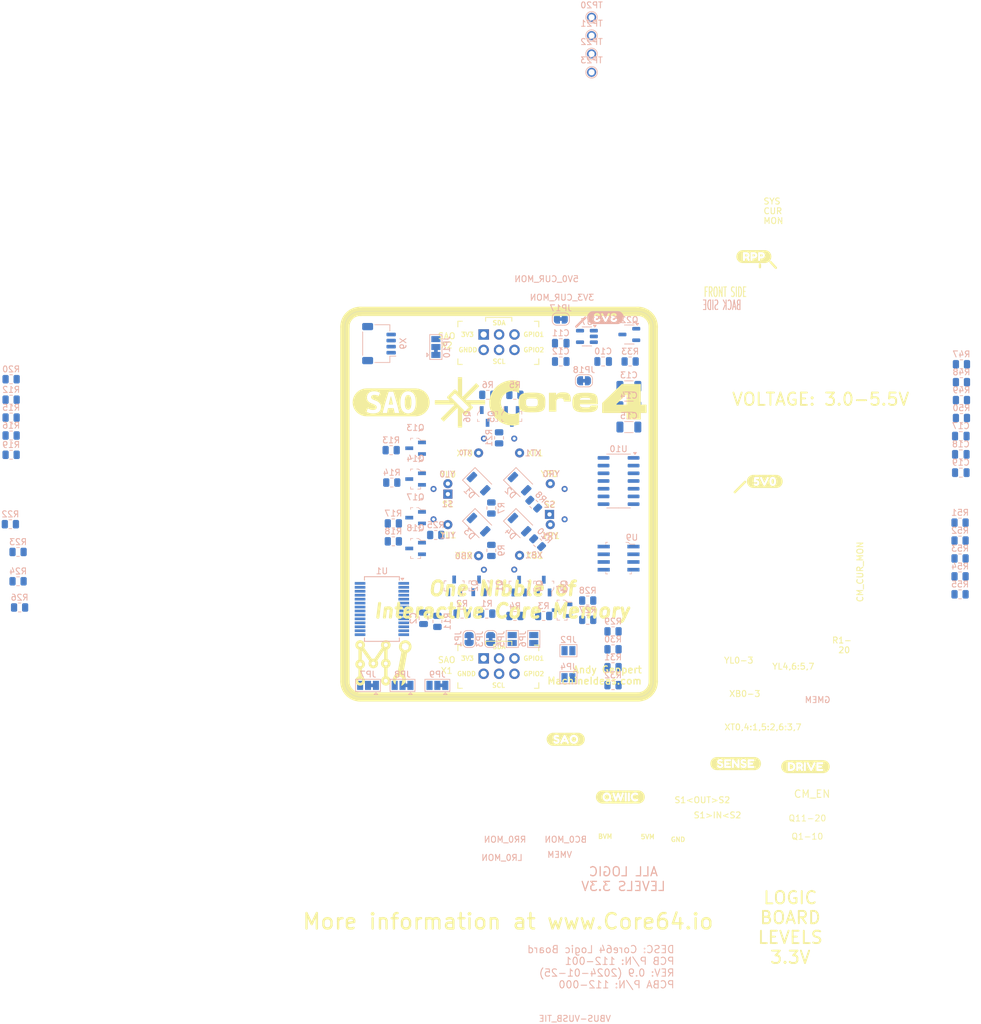
<source format=kicad_pcb>
(kicad_pcb (version 20240108) (generator "pcbnew") (generator_version "8.0")
  (title_block (title "Core4 SAO - PCB Layout") (date "2024-04-18") (rev "0.1") (company "Andy Geppert - Machine Ideas, LLC"))
  (layers (0 "F.Cu" signal) (31 "B.Cu" signal) (34 "B.Paste" user) (35 "F.Paste" user) (36 "B.SilkS" user "B.Silkscreen") (37 "F.SilkS" user "F.Silkscreen") (38 "B.Mask" user) (39 "F.Mask" user) (44 "Edge.Cuts" user))
  (net 0 "")
  (net 1 "VIN")
  (net 2 "/CM_SENSE_1_IN")
  (net 3 "/CM_SENSE_2_IN")
  (net 4 "GND")
  (net 5 "Net-(D1-A)")
  (net 6 "Net-(D2-A)")
  (net 7 "3V3")
  (net 8 "Net-(Q22-S)")
  (net 10 "Net-(JP2-B)")
  (net 11 "GMEM")
  (net 12 "Net-(D3-A)")
  (net 13 "/XB1")
  (net 14 "/GPIO2")
  (net 15 "/CM_Q7P")
  (net 16 "/CM_Q7N")
  (net 17 "Net-(CM1-XT0)")
  (net 18 "/CM_Q9P")
  (net 19 "/CM_Q9N")
  (net 20 "/CM_Q1P")
  (net 21 "/CM_Q1N")
  (net 22 "/CM_Q3P")
  (net 23 "/CM_Q3N")
  (net 25 "/CM_Q2P")
  (net 26 "/CM_Q2N")
  (net 27 "/YL1")
  (net 28 "Net-(JP1-A)")
  (net 29 "/CA_SENSE_1_OUT")
  (net 30 "/CA_SENSE_2_OUT")
  (net 31 "/CM_SENSE_PULSE")
  (net 32 "Net-(U10-Pad1)")
  (net 33 "Net-(U10-Pad12)")
  (net 34 "Net-(U10-Pad13)")
  (net 35 "VMEM")
  (net 36 "/CM_SENSE_RESET")
  (net 37 "Net-(U7-BP)")
  (net 38 "Net-(U9B--)")
  (net 39 "/GPIO1")
  (net 40 "Net-(D4-A)")
  (net 41 "Net-(Q1-B)")
  (net 42 "Net-(Q2-B)")
  (net 43 "Net-(Q3-B)")
  (net 44 "Net-(Q4-B)")
  (net 45 "Net-(Q5-B)")
  (net 46 "Net-(Q6-B)")
  (net 47 "Net-(Q13-B)")
  (net 48 "Net-(Q14-B)")
  (net 49 "Net-(Q17-B)")
  (net 50 "Net-(Q18-B)")
  (net 51 "/I2C_SDA")
  (net 52 "Net-(U9A--)")
  (net 53 "/LED_1")
  (net 54 "/CM_EN")
  (net 55 "/I2C_SCL")
  (net 56 "/LED_4")
  (net 57 "/LED_3")
  (net 58 "/LED_2")
  (net 60 "Net-(JP4-B)")
  (net 61 "/XB0")
  (net 62 "Net-(JP7-C)")
  (net 63 "/YL0")
  (net 64 "Net-(JP8-C)")
  (net 65 "Net-(JP9-C)")
  (net 66 "/XT0,1")
  (net 67 "Net-(Q7-G)")
  (net 68 "Net-(Q22-G)")
  (net 69 "/SCL")
  (net 70 "/SDA")
  (net 72 "Net-(CM1-YR0)")
  (net 73 "Net-(JP10-C)")
  (footprint "kibuzzard-66BCB8D2" (layer "F.Cu") (at 89.7382 109.0816)
    (property "Reference" "kibuzzard-66BCB8D2" (hide yes))
    (property "Value" "G***" (hide yes))
  )
  (footprint "kibuzzard-64179D69" (layer "F.Cu") (at 149.4982 85.0756)
    (property "Reference" "kibuzzard-64179D69" (hide yes))
    (property "Value" "G***" (hide yes))
  )
  (footprint "kibuzzard-64178E7C" (layer "F.Cu") (at 127.4982 174.0756)
    (property "Reference" "kibuzzard-64178E7C" (hide yes))
    (property "Value" "G***" (hide yes))
  )
  (footprint "Andy_Footprint_Library:Badgelife-SAOv169-BADGE-2x3" (layer "F.Cu") (at 107.5182 152.5156)
    (property "Reference" "X1" (at -8.636 0.762 0) (layer "F.SilkS"))
    (property "Value" "SAO_conn_SFH11-NBPC-D03-ST-BK")
    (fp_text user "GNDD" (at -6.985 1.27 0) (layer "F.SilkS") (effects (font (size 0.75 0.75)) (justify left)))
    (fp_text user "GPIO2" (at 5.715 1.27 0) (layer "F.SilkS") (effects (font (size 0.75 0.75))))
    (fp_text user "GPIO1" (at 5.715 -1.27 0) (layer "F.SilkS") (effects (font (size 0.75 0.75))))
    (fp_text user "SCL" (at -0.087 3.175 0) (layer "F.SilkS") (effects (font (size 0.75 0.75))))
    (fp_text user "SAO" (at -8.636 -1.016 0) (layer "F.SilkS"))
    (fp_text user "SDA" (at 0 -3.175 0) (layer "F.SilkS") (effects (font (size 0.75 0.75))))
    (fp_text user "3V3" (at -6.35 -1.27 0) (layer "F.SilkS") (effects (font (size 0.75 0.75)) (justify left)))
    (pad "1" thru_hole rect (at -2.54 -1.27 270) (size 1.7272 1.7272) (drill 1.016) (layers "*.Cu" "*.Mask") (net 1 "VIN"))
    (pad "2" thru_hole circle (at -2.54 1.27 270) (size 1.7272 1.7272) (drill 1.016) (layers "*.Cu" "*.Mask") (net 4 "GND"))
    (pad "3" thru_hole oval (at 0 -1.27 270) (size 1.7272 1.7272) (drill 1.016) (layers "*.Cu" "*.Mask") (net 70 "/SDA"))
    (pad "4" thru_hole oval (at 0 1.27 270) (size 1.7272 1.7272) (drill 1.016) (layers "*.Cu" "*.Mask") (net 69 "/SCL"))
    (pad "5" thru_hole circle (at 2.54 -1.27 270) (size 1.7272 1.7272) (drill 1.016) (layers "*.Cu" "*.Mask") (net 39 "/GPIO1"))
    (pad "6" thru_hole circle (at 2.54 1.27 270) (size 1.7272 1.7272) (drill 1.016) (layers "*.Cu" "*.Mask") (net 14 "/GPIO2"))
  )
  (footprint "Andy_Footprint_Library:core_4_6.75mm_square_front_facing" (layer "F.Cu") (at 107.5182 125.8456)
    (property "Reference" "CM1" (hide yes))
    (property "Value" "Core_Memory_2x2_Matrix_Front_Facing")
    (fp_text user "XT0" (at -5.55 -8.475 180) (layer "B.SilkS") (effects (font (size 0.8128 0.8128) (thickness 0.127) (bold yes)) (justify mirror)))
    (fp_text user "YR1" (at 8.35 5.225 180) (layer "B.SilkS") (effects (justify mirror)))
    (fp_text user "XT1" (at 5.575 -8.4 180) (layer "B.SilkS") (effects (justify mirror)))
    (fp_text user "S1" (at -8.5 -0.025 180) (layer "B.SilkS") (effects (justify mirror)))
    (fp_text user "S2" (at 8.295 0.09 180) (layer "B.SilkS") (effects (justify mirror)))
    (fp_text user "YR0" (at 8.575 -4.975 180) (layer "B.SilkS") (effects (justify mirror)))
    (fp_text user "XB1" (at 5.75 8.39 180) (layer "B.SilkS") (effects (justify mirror)))
    (fp_text user "YL0" (at -8.525 -4.925 180) (layer "B.SilkS") (effects (justify mirror)))
    (fp_text user "XB0" (at -5.825 8.55 180) (layer "B.SilkS") (effects (justify mirror)))
    (fp_text user "YL1" (at -8.475 5.15 180) (layer "B.SilkS") (effects (justify mirror)))
    (fp_text user "S1" (at -8.425 0 0) (layer "F.SilkS"))
    (fp_text user "YL0" (at -8.425 -4.875 0) (layer "F.SilkS"))
    (fp_text user "XT1" (at 5.925 -8.4 0) (layer "F.SilkS"))
    (fp_text user "YL1" (at -8.375 5.1 0) (layer "F.SilkS"))
    (fp_text user "XB0" (at -5.825 8.45 0) (layer "F.SilkS"))
    (fp_text user "S2" (at 8.35 0.025 0) (layer "F.SilkS"))
    (fp_text user "XB1" (at 5.85 8.49 0) (layer "F.SilkS"))
    (fp_text user "YR1" (at 8.6 5.225 0) (layer "F.SilkS"))
    (fp_text user "YR0" (at 8.275 -4.975 0) (layer "F.SilkS"))
    (fp_text user "XT0" (at -5.65 -8.375 0) (layer "F.SilkS"))
    (pad "" thru_hole circle (at -10.8 -2.5 90) (size 1 1) (drill 0.5) (layers "*.Cu" "*.Mask"))
    (pad "" thru_hole circle (at -10.8 2.5 90) (size 1 1) (drill 0.5) (layers "*.Cu" "*.Mask"))
    (pad "" thru_hole circle (at -2.5 -10.8) (size 1 1) (drill 0.5) (layers "*.Cu" "*.Mask"))
    (pad "" thru_hole circle (at -2.5 10.8) (size 1 1) (drill 0.5) (layers "*.Cu" "*.Mask"))
    (pad "" thru_hole circle (at 2.5 -10.8) (size 1 1) (drill 0.5) (layers "*.Cu" "*.Mask"))
    (pad "" thru_hole circle (at 2.5 10.78) (size 1 1) (drill 0.5) (layers "*.Cu" "*.Mask"))
    (pad "" thru_hole circle (at 10.8 -2.5 270) (size 1 1) (drill 0.5) (layers "*.Cu" "*.Mask"))
    (pad "" thru_hole circle (at 10.8 2.5 270) (size 1 1) (drill 0.5) (layers "*.Cu" "*.Mask"))
    (pad "1" thru_hole circle (at -3.375 -8.4375 180) (size 1.5 1.5) (drill 0.7) (layers "*.Cu" "*.Mask") (net 17 "Net-(CM1-XT0)"))
    (pad "2" thru_hole circle (at 3.375 -8.4375 180) (size 1.5 1.5) (drill 0.7) (layers "*.Cu" "*.Mask") (net 17 "Net-(CM1-XT0)"))
    (pad "3" thru_hole circle (at 8.4375 -3.375 180) (size 1.5 1.5) (drill 0.7) (layers "*.Cu" "*.Mask") (net 72 "Net-(CM1-YR0)"))
    (pad "4" thru_hole circle (at 8.4375 3.375 180) (size 1.5 1.5) (drill 0.7) (layers "*.Cu" "*.Mask") (net 72 "Net-(CM1-YR0)"))
    (pad "5" thru_hole circle (at 3.375 8.4375 180) (size 1.5 1.5) (drill 0.7) (layers "*.Cu" "*.Mask") (net 13 "/XB1"))
    (pad "6" thru_hole circle (at -3.375 8.5 180) (size 1.5 1.5) (drill 0.7) (layers "*.Cu" "*.Mask") (net 61 "/XB0"))
    (pad "7" thru_hole rect (at -8.4375 -1.65) (size 1.5 1.5) (drill 0.7) (layers "*.Cu" "*.Mask") (net 2 "/CM_SENSE_1_IN"))
    (pad "8" thru_hole rect (at 8.3125 1.6875) (size 1.5 1.5) (drill 0.7) (layers "*.Cu" "*.Mask") (net 3 "/CM_SENSE_2_IN"))
    (pad "9" thru_hole circle (at -8.4375 3.375 180) (size 1.5 1.5) (drill 0.7) (layers "*.Cu" "*.Mask") (net 27 "/YL1"))
    (pad "10" thru_hole circle (at -8.4375 -3.375 180) (size 1.5 1.5) (drill 0.7) (layers "*.Cu" "*.Mask") (net 63 "/YL0"))
  )
  (footprint "kibuzzard-64179E5D" (layer "F.Cu") (at 151.2982 122.1006)
    (property "Reference" "kibuzzard-64179E5D" (hide yes))
    (property "Value" "G***" (hide yes))
  )
  (footprint "Andy_Footprint_Library:Machine_Ideas_logo" (layer "F.Cu") (at 88.900444 152.25224)
    (property "Reference" "L2" (hide yes))
    (property "Value" "~" (hide yes))
  )
  (footprint "Andy_Footprint_Library:Badgelife-SAOv169-BADGE-2x3" (layer "F.Cu") (at 107.5182 99.1756)
    (property "Reference" "X2" (at -8.636 0.508 0) (layer "F.SilkS"))
    (property "Value" "SAO_conn_SFH11-NBPC-D03-ST-BK")
    (fp_text user "GNDD" (at -6.75 1.27 0) (layer "F.SilkS") (effects (font (size 0.75 0.75)) (justify left)))
    (fp_text user "SAO" (at -8.636 -1.016 0) (layer "F.SilkS"))
    (fp_text user "SCL" (at 0 3.175 0) (layer "F.SilkS") (effects (font (size 0.75 0.75))))
    (fp_text user "GPIO2" (at 5.715 1.27 0) (layer "F.SilkS") (effects (font (size 0.75 0.75))))
    (fp_text user "3V3" (at -6.35 -1.27 0) (layer "F.SilkS") (effects (font (size 0.75 0.75)) (justify left)))
    (fp_text user "SDA" (at 0 -3.175 0) (layer "F.SilkS") (effects (font (size 0.75 0.75))))
    (fp_text user "GPIO1" (at 5.715 -1.27 0) (layer "F.SilkS") (effects (font (size 0.75 0.75))))
    (pad "1" thru_hole rect (at -2.54 -1.27 270) (size 1.7272 1.7272) (drill 1.016) (layers "*.Cu" "*.Mask") (net 1 "VIN"))
    (pad "2" thru_hole circle (at -2.54 1.27 270) (size 1.7272 1.7272) (drill 1.016) (layers "*.Cu" "*.Mask") (net 4 "GND"))
    (pad "3" thru_hole oval (at 0 -1.27 270) (size 1.7272 1.7272) (drill 1.016) (layers "*.Cu" "*.Mask") (net 70 "/SDA"))
    (pad "4" thru_hole oval (at 0 1.27 270) (size 1.7272 1.7272) (drill 1.016) (layers "*.Cu" "*.Mask") (net 69 "/SCL"))
    (pad "5" thru_hole circle (at 2.54 -1.27 270) (size 1.7272 1.7272) (drill 1.016) (layers "*.Cu" "*.Mask") (net 39 "/GPIO1"))
    (pad "6" thru_hole circle (at 2.54 1.27 270) (size 1.7272 1.7272) (drill 1.016) (layers "*.Cu" "*.Mask") (net 14 "/GPIO2"))
  )
  (footprint "kibuzzard-64178DE8" (layer "F.Cu") (at 146.4982 168.5756)
    (property "Reference" "kibuzzard-64178DE8" (hide yes))
    (property "Value" "G***" (hide yes))
  )
  (footprint "kibuzzard-64178EA5" (layer "F.Cu") (at 118.4982 164.5756)
    (property "Reference" "kibuzzard-64178EA5" (hide yes))
    (property "Value" "G***" (hide yes))
  )
  (footprint "kibuzzard-64178DF4" (layer "F.Cu") (at 157.9982 169.0756)
    (property "Reference" "kibuzzard-64178DF4" (hide yes))
    (property "Value" "G***" (hide yes))
  )
  (footprint "Andy_Footprint_Library:Core4_w_core_symbol" (layer "F.Cu") (at 120.642212 109.0816)
    (property "Reference" "L1" (hide yes))
    (property "Value" "~" (hide yes))
  )
  (footprint "Resistor_SMD:R_0805_2012Metric" (layer "B.Cu") (at 114.8607 144.2606 180)
    (property "Reference" "R3" (at 0 1.65 180) (layer "B.SilkS") (effects (justify mirror)))
    (property "Value" "470")
    (pad "1" smd roundrect (at -0.9125 0 180) (size 1.025 1.4) (layers "B.Cu" "B.Paste" "B.Mask") (roundrect_rratio 0.243902) (net 43 "Net-(Q3-B)"))
    (pad "2" smd roundrect (at 0.9125 0 180) (size 1.025 1.4) (layers "B.Cu" "B.Paste" "B.Mask") (roundrect_rratio 0.243902) (net 25 "/CM_Q2P"))
  )
  (footprint "Resistor_SMD:R_0805_2012Metric" (layer "B.Cu") (at 126.2907 146.8006 180)
    (property "Reference" "R29" (at 0 1.65 180) (layer "B.SilkS") (effects (justify mirror)))
    (property "Value" "0")
    (pad "1" smd roundrect (at -0.9125 0 180) (size 1.025 1.4) (layers "B.Cu" "B.Paste" "B.Mask") (roundrect_rratio 0.243902) (net 69 "/SCL"))
    (pad "2" smd roundrect (at 0.9125 0 180) (size 1.025 1.4) (layers "B.Cu" "B.Paste" "B.Mask") (roundrect_rratio 0.243902) (net 55 "/I2C_SCL"))
  )
  (footprint "Jumper:SolderJumper-2_P1.3mm_Open_Pad1.0x1.5mm" (layer "B.Cu") (at 113.2332 148.0556 -90)
    (property "Reference" "JP6" (at 0 1.8 90) (layer "B.SilkS") (effects (justify mirror)))
    (property "Value" "EN_GPIO1")
    (pad "1" smd rect (at -0.65 0 270) (size 1 1.5) (layers "B.Cu" "B.Mask") (net 39 "/GPIO1"))
    (pad "2" smd rect (at 0.65 0 270) (size 1 1.5) (layers "B.Cu" "B.Mask") (net 54 "/CM_EN"))
  )
  (footprint "Capacitor_SMD:C_0805_2012Metric" (layer "B.Cu") (at 183.5912 120.6586 180)
    (property "Reference" "C19" (at 0 1.68 180) (layer "B.SilkS") (effects (justify mirror)))
    (property "Value" "0.1uF")
    (pad "1" smd roundrect (at -0.95 0 180) (size 1 1.45) (layers "B.Cu" "B.Paste" "B.Mask") (net 7 "3V3"))
    (pad "2" smd roundrect (at 0.95 0 180) (size 1 1.45) (layers "B.Cu" "B.Paste" "B.Mask") (net 4 "GND"))
  )
  (footprint "digikey-footprints:SOT-23-3" (layer "B.Cu") (at 105.6207 111.4016 -90)
    (property "Reference" "Q6" (at 0.025 3.375 90) (layer "B.SilkS") (effects (justify mirror)))
    (property "Value" "MMBT4401LT1G")
    (pad "1" smd rect (at -1.05 0.95 270) (size 1.3 0.6) (layers "B.Cu" "B.Paste" "B.Mask") (net 46 "Net-(Q6-B)"))
    (pad "2" smd rect (at -1.05 -0.95 270) (size 1.3 0.6) (layers "B.Cu" "B.Paste" "B.Mask") (net 11 "GMEM"))
    (pad "3" smd rect (at 1.05 0 270) (size 1.3 0.6) (layers "B.Cu" "B.Paste" "B.Mask") (net 66 "/XT0,1"))
  )
  (footprint "Capacitor_SMD:C_0805_2012Metric" (layer "B.Cu") (at 183.5912 117.6486 180)
    (property "Reference" "C18" (at 0 1.68 180) (layer "B.SilkS") (effects (justify mirror)))
    (property "Value" "10uF")
    (pad "1" smd roundrect (at -0.95 0 180) (size 1 1.45) (layers "B.Cu" "B.Paste" "B.Mask") (net 7 "3V3"))
    (pad "2" smd roundrect (at 0.95 0 180) (size 1 1.45) (layers "B.Cu" "B.Paste" "B.Mask") (net 4 "GND"))
  )
  (footprint "Resistor_SMD:R_0805_2012Metric" (layer "B.Cu") (at 105.4862 143.8796 180)
    (property "Reference" "R1" (at 0 1.65 180) (layer "B.SilkS") (effects (justify mirror)))
    (property "Value" "470")
    (pad "1" smd roundrect (at -0.9125 0 180) (size 1.025 1.4) (layers "B.Cu" "B.Paste" "B.Mask") (roundrect_rratio 0.243902) (net 41 "Net-(Q1-B)"))
    (pad "2" smd roundrect (at 0.9125 0 180) (size 1.025 1.4) (layers "B.Cu" "B.Paste" "B.Mask") (roundrect_rratio 0.243902) (net 20 "/CM_Q1P"))
  )
  (footprint "digikey-footprints:SOT-23-3" (layer "B.Cu") (at 93.7682 116.6356 180)
    (property "Reference" "Q13" (at 0.025 3.375 180) (layer "B.SilkS") (effects (justify mirror)))
    (property "Value" "MMBT4403LT1G")
    (pad "1" smd rect (at -1.05 0.95 180) (size 1.3 0.6) (layers "B.Cu" "B.Paste" "B.Mask") (net 47 "Net-(Q13-B)"))
    (pad "2" smd rect (at -1.05 -0.95 180) (size 1.3 0.6) (layers "B.Cu" "B.Paste" "B.Mask") (net 35 "VMEM"))
    (pad "3" smd rect (at 1.05 0 180) (size 1.3 0.6) (layers "B.Cu" "B.Paste" "B.Mask") (net 63 "/YL0"))
  )
  (footprint "Resistor_SMD:R_0805_2012Metric" (layer "B.Cu") (at 27.0002 129.1476 180)
    (property "Reference" "R22" (at 0 1.65 180) (layer "B.SilkS") (effects (justify mirror)))
    (property "Value" "10K")
    (pad "1" smd roundrect (at -0.9125 0 180) (size 1.025 1.4) (layers "B.Cu" "B.Paste" "B.Mask") (roundrect_rratio 0.243902) (net 4 "GND"))
    (pad "2" smd roundrect (at 0.9125 0 180) (size 1.025 1.4) (layers "B.Cu" "B.Paste" "B.Mask") (roundrect_rratio 0.243902) (net 26 "/CM_Q2N"))
  )
  (footprint "LED_SMD:LED_1206_3216Metric_ReverseMount_Hole1.8x2.4mm" (layer "B.Cu") (at 110.8932 122.4706 -45)
    (property "Reference" "D2" (at 0 2.145 135) (layer "B.SilkS") (effects (justify mirror)))
    (property "Value" "LED")
    (pad "" np_thru_hole oval (at 0 0 315) (size 1.8 2.4) (drill oval 1.8 2.4) (layers "*.Cu" "*.Mask"))
    (pad "1" smd roundrect (at -1.550001 0 315) (size 0.95 1.75) (layers "B.Cu" "B.Paste" "B.Mask") (roundrect_rratio 0.2) (net 4 "GND"))
    (pad "2" smd roundrect (at 1.550001 0 315) (size 0.95 1.75) (layers "B.Cu" "B.Paste" "B.Mask") (roundrect_rratio 0.2) (net 6 "Net-(D2-A)"))
  )
  (footprint "Resistor_SMD:R_0805_2012Metric" (layer "B.Cu") (at 101.4222 143.8796 180)
    (property "Reference" "R2" (at 0 1.65 0) (layer "B.SilkS") (effects (justify mirror)))
    (property "Value" "470")
    (pad "1" smd roundrect (at -0.9125 0 180) (size 1.025 1.4) (layers "B.Cu" "B.Paste" "B.Mask") (roundrect_rratio 0.243902) (net 42 "Net-(Q2-B)"))
    (pad "2" smd roundrect (at 0.9125 0 180) (size 1.025 1.4) (layers "B.Cu" "B.Paste" "B.Mask") (roundrect_rratio 0.243902) (net 21 "/CM_Q1N"))
  )
  (footprint "Jumper:SolderJumper-3_P1.3mm_Bridged12_Pad1.0x1.5mm" (layer "B.Cu") (at 91.6132 155.6906 180)
    (property "Reference" "JP8" (at 0 1.8 0) (layer "B.SilkS") (effects (justify mirror)))
    (property "Value" "A1")
    (fp_poly (pts (xy -0.9 0.3) (xy -0.4 0.3) (xy -0.4 -0.3) (xy -0.9 -0.3)) (fill solid) (layer "B.Cu"))
    (pad "1" smd rect (at -1.3 0 180) (size 1 1.5) (layers "B.Cu" "B.Mask") (net 7 "3V3"))
    (pad "2" smd rect (at 0 0 180) (size 1 1.5) (layers "B.Cu" "B.Mask") (net 64 "Net-(JP8-C)"))
    (pad "3" smd rect (at 1.3 0 180) (size 1 1.5) (layers "B.Cu" "B.Mask") (net 4 "GND"))
  )
  (footprint "Capacitor_SMD:C_0805_2012Metric" (layer "B.Cu") (at 124.6632 102.3506 180)
    (property "Reference" "C10" (at 0 1.68 180) (layer "B.SilkS") (effects (justify mirror)))
    (property "Value" "1uF")
    (pad "1" smd roundrect (at -0.95 0 180) (size 1 1.45) (layers "B.Cu" "B.Paste" "B.Mask") (net 8 "Net-(Q22-S)"))
    (pad "2" smd roundrect (at 0.95 0 180) (size 1 1.45) (layers "B.Cu" "B.Paste" "B.Mask") (net 4 "GND"))
  )
  (footprint "Jumper:SolderJumper-2_P1.3mm_Bridged_RoundedPad1.0x1.5mm" (layer "B.Cu") (at 121.5032 105.5256 180)
    (property "Reference" "JP18" (at 0 1.8 180) (layer "B.SilkS") (effects (justify mirror)))
    (property "Value" "CM_CUR_MON")
    (fp_poly (pts (xy 0.25 0.3) (xy -0.25 0.3) (xy -0.25 -0.3) (xy 0.25 -0.3)) (fill solid) (layer "B.Cu"))
    (pad "1" smd custom (at -0.65 0 180) (size 1 0.5) (layers "B.Cu" "B.Mask") (net 7 "3V3") (options (clearance outline) (anchor rect)) (primitives (gr_circle (center 0 -0.25) (end 0.5 -0.25) (width 0) (fill yes)) (gr_circle (center 0 0.25) (end 0.5 0.25) (width 0) (fill yes)) (gr_poly (pts (xy 0.5 -0.75) (xy 0 -0.75) (xy 0 0.75) (xy 0.5 0.75)) (width 0) (fill yes))))
    (pad "2" smd custom (at 0.65 0 180) (size 1 0.5) (layers "B.Cu" "B.Mask") (net 35 "VMEM") (options (clearance outline) (anchor rect)) (primitives (gr_circle (center 0 -0.25) (end 0.5 -0.25) (width 0) (fill yes)) (gr_circle (center 0 0.25) (end 0.5 0.25) (width 0) (fill yes)) (gr_poly (pts (xy 0 -0.75) (xy -0.5 -0.75) (xy -0.5 0.75) (xy 0 0.75)) (width 0) (fill yes))))
  )
  (footprint "Resistor_SMD:R_0805_2012Metric" (layer "B.Cu") (at 183.4642 137.7436 180)
    (property "Reference" "R54" (at 0 1.65 180) (layer "B.SilkS") (effects (justify mirror)))
    (property "Value" "1K2")
    (pad "1" smd roundrect (at -0.9125 0 180) (size 1.025 1.4) (layers "B.Cu" "B.Paste" "B.Mask") (roundrect_rratio 0.243902) (net 7 "3V3"))
    (pad "2" smd roundrect (at 0.9125 0 180) (size 1.025 1.4) (layers "B.Cu" "B.Paste" "B.Mask") (roundrect_rratio 0.243902) (net 30 "/CA_SENSE_2_OUT"))
  )
  (footprint "digikey-footprints:SOT-23-3" (layer "B.Cu") (at 93.7682 133.1456 180)
    (property "Reference" "Q18" (at 0.025 3.375 180) (layer "B.SilkS") (effects (justify mirror)))
    (property "Value" "MMBT4401LT1G")
    (pad "1" smd rect (at -1.05 0.95 180) (size 1.3 0.6) (layers "B.Cu" "B.Paste" "B.Mask") (net 50 "Net-(Q18-B)"))
    (pad "2" smd rect (at -1.05 -0.95 180) (size 1.3 0.6) (layers "B.Cu" "B.Paste" "B.Mask") (net 11 "GMEM"))
    (pad "3" smd rect (at 1.05 0 180) (size 1.3 0.6) (layers "B.Cu" "B.Paste" "B.Mask") (net 27 "/YL1"))
  )
  (footprint "Resistor_SMD:R_0805_2012Metric" (layer "B.Cu") (at 126.2907 152.7006 180)
    (property "Reference" "R31" (at 0 1.65 180) (layer "B.SilkS") (effects (justify mirror)))
    (property "Value" "1K2")
    (pad "1" smd roundrect (at -0.9125 0 180) (size 1.025 1.4) (layers "B.Cu" "B.Paste" "B.Mask") (roundrect_rratio 0.243902) (net 7 "3V3"))
    (pad "2" smd roundrect (at 0.9125 0 180) (size 1.025 1.4) (layers "B.Cu" "B.Paste" "B.Mask") (roundrect_rratio 0.243902) (net 55 "/I2C_SCL"))
  )
  (footprint "Resistor_SMD:R_0805_2012Metric" (layer "B.Cu") (at 27.1272 111.5926 180)
    (property "Reference" "R15" (at 0 1.65 180) (layer "B.SilkS") (effects (justify mirror)))
    (property "Value" "10K")
    (pad "1" smd roundrect (at -0.9125 0 180) (size 1.025 1.4) (layers "B.Cu" "B.Paste" "B.Mask") (roundrect_rratio 0.243902) (net 35 "VMEM"))
    (pad "2" smd roundrect (at 0.9125 0 180) (size 1.025 1.4) (layers "B.Cu" "B.Paste" "B.Mask") (roundrect_rratio 0.243902) (net 25 "/CM_Q2P"))
  )
  (footprint "digikey-footprints:SOT-23-3" (layer "B.Cu") (at 114.8842 139.3416 90)
    (property "Reference" "Q3" (at 0.025 3.375 90) (layer "B.SilkS") (effects (justify mirror)))
    (property "Value" "MMBT4403LT1G")
    (pad "1" smd rect (at -1.05 0.95 90) (size 1.3 0.6) (layers "B.Cu" "B.Paste" "B.Mask") (net 43 "Net-(Q3-B)"))
    (pad "2" smd rect (at -1.05 -0.95 90) (size 1.3 0.6) (layers "B.Cu" "B.Paste" "B.Mask") (net 35 "VMEM"))
    (pad "3" smd rect (at 1.05 0 90) (size 1.3 0.6) (layers "B.Cu" "B.Paste" "B.Mask") (net 13 "/XB1"))
  )
  (footprint "Resistor_SMD:R_0805_2012Metric" (layer "B.Cu") (at 27.1272 108.6426 180)
    (property "Reference" "R12" (at 0 1.65 180) (layer "B.SilkS") (effects (justify mirror)))
    (property "Value" "10K")
    (pad "1" smd roundrect (at -0.9125 0 180) (size 1.025 1.4) (layers "B.Cu" "B.Paste" "B.Mask") (roundrect_rratio 0.243902) (net 35 "VMEM"))
    (pad "2" smd roundrect (at 0.9125 0 180) (size 1.025 1.4) (layers "B.Cu" "B.Paste" "B.Mask") (roundrect_rratio 0.243902) (net 20 "/CM_Q1P"))
  )
  (footprint "Jumper:SolderJumper-2_P1.3mm_Bridged_RoundedPad1.0x1.5mm" (layer "B.Cu") (at 102.5832 148.0556 -90)
    (property "Reference" "JP1" (at 0 1.8 90) (layer "B.SilkS") (effects (justify mirror)))
    (property "Value" "CORE_CURR_MON")
    (fp_poly (pts (xy 0.25 0.3) (xy -0.25 0.3) (xy -0.25 -0.3) (xy 0.25 -0.3)) (fill solid) (layer "B.Cu"))
    (pad "1" smd custom (at -0.65 0 270) (size 1 0.5) (layers "B.Cu" "B.Mask") (net 28 "Net-(JP1-A)") (options (clearance outline) (anchor rect)) (primitives (gr_circle (center 0 -0.25) (end 0.5 -0.25) (width 0) (fill yes)) (gr_circle (center 0 0.25) (end 0.5 0.25) (width 0) (fill yes)) (gr_poly (pts (xy 0.5 -0.75) (xy 0 -0.75) (xy 0 0.75) (xy 0.5 0.75)) (width 0) (fill yes))))
    (pad "2" smd custom (at 0.65 0 270) (size 1 0.5) (layers "B.Cu" "B.Mask") (net 11 "GMEM") (options (clearance outline) (anchor rect)) (primitives (gr_circle (center 0 -0.25) (end 0.5 -0.25) (width 0) (fill yes)) (gr_circle (center 0 0.25) (end 0.5 0.25) (width 0) (fill yes)) (gr_poly (pts (xy 0 -0.75) (xy -0.5 -0.75) (xy -0.5 0.75) (xy 0 0.75)) (width 0) (fill yes))))
  )
  (footprint "Capacitor_SMD:C_0805_2012Metric" (layer "B.Cu") (at 117.6782 99.3406 180)
    (property "Reference" "C11" (at 0 1.68 180) (layer "B.SilkS") (effects (justify mirror)))
    (property "Value" "0.01uF")
    (pad "1" smd roundrect (at -0.95 0 180) (size 1 1.45) (layers "B.Cu" "B.Paste" "B.Mask") (net 37 "Net-(U7-BP)"))
    (pad "2" smd roundrect (at 0.95 0 180) (size 1 1.45) (layers "B.Cu" "B.Paste" "B.Mask") (net 4 "GND"))
  )
  (footprint "Jumper:SolderJumper-2_P1.3mm_Open_Pad1.0x1.5mm" (layer "B.Cu") (at 118.9482 154.4206 180)
    (property "Reference" "JP4" (at 0 1.8 180) (layer "B.SilkS") (effects (justify mirror)))
    (property "Value" "INTA")
    (pad "1" smd rect (at -0.65 0 180) (size 1 1.5) (layers "B.Cu" "B.Mask") (net 39 "/GPIO1"))
    (pad "2" smd rect (at 0.65 0 180) (size 1 1.5) (layers "B.Cu" "B.Mask") (net 60 "Net-(JP4-B)"))
  )
  (footprint "Resistor_SMD:R_0805_2012Metric" (layer "B.Cu") (at 113.2332 125.8456 135)
    (property "Reference" "R8" (at 0 1.65 135) (layer "B.SilkS") (effects (justify mirror)))
    (property "Value" "470")
    (pad "1" smd roundrect (at -0.9125 0 135) (size 1.025 1.4) (layers "B.Cu" "B.Paste" "B.Mask") (roundrect_rratio 0.243902) (net 58 "/LED_2"))
    (pad "2" smd roundrect (at 0.9125 0 135) (size 1.025 1.4) (layers "B.Cu" "B.Paste" "B.Mask") (roundrect_rratio 0.243902) (net 6 "Net-(D2-A)"))
  )
  (footprint "Andy_Footprint_Library:SOIC-8_W3.9mm" (layer "B.Cu") (at 127.2032 134.7356 -90)
    (property "Reference" "U9" (at -3.4 -2.2 0) (layer "B.SilkS") (effects (justify mirror)))
    (property "Value" "LM393")
    (pad "1" smd rect (at -1.905 -2.45 270) (size 0.6 2) (layers "B.Cu" "B.Paste" "B.Mask") (net 30 "/CA_SENSE_2_OUT"))
    (pad "2" smd rect (at -0.635 -2.45 270) (size 0.6 2) (layers "B.Cu" "B.Paste" "B.Mask") (net 52 "Net-(U9A--)"))
    (pad "3" smd rect (at 0.635 -2.45 270) (size 0.6 2) (layers "B.Cu" "B.Paste" "B.Mask") (net 3 "/CM_SENSE_2_IN"))
    (pad "4" smd rect (at 1.905 -2.45 270) (size 0.6 2) (layers "B.Cu" "B.Paste" "B.Mask") (net 4 "GND"))
    (pad "5" smd rect (at 1.905 2.45 270) (size 0.6 2) (layers "B.Cu" "B.Paste" "B.Mask") (net 2 "/CM_SENSE_1_IN"))
    (pad "6" smd rect (at 0.635 2.45 270) (size 0.6 2) (layers "B.Cu" "B.Paste" "B.Mask") (net 38 "Net-(U9B--)"))
    (pad "7" smd rect (at -0.635 2.45 270) (size 0.6 2) (layers "B.Cu" "B.Paste" "B.Mask") (net 29 "/CA_SENSE_1_OUT"))
    (pad "8" smd rect (at -1.905 2.45 270) (size 0.6 2) (layers "B.Cu" "B.Paste" "B.Mask") (net 7 "3V3"))
  )
  (footprint "Resistor_SMD:R_0805_2012Metric" (layer "B.Cu") (at 126.2907 149.7506 180)
    (property "Reference" "R30" (at 0 1.65 180) (layer "B.SilkS") (effects (justify mirror)))
    (property "Value" "0")
    (pad "1" smd roundrect (at -0.9125 0 180) (size 1.025 1.4) (layers "B.Cu" "B.Paste" "B.Mask") (roundrect_rratio 0.243902) (net 51 "/I2C_SDA"))
    (pad "2" smd roundrect (at 0.9125 0 180) (size 1.025 1.4) (layers "B.Cu" "B.Paste" "B.Mask") (roundrect_rratio 0.243902) (net 70 "/SDA"))
  )
  (footprint "Resistor_SMD:R_0805_2012Metric" (layer "B.Cu") (at 110.1382 144.2606 180)
    (property "Reference" "R4" (at 0 1.65 180) (layer "B.SilkS") (effects (justify mirror)))
    (property "Value" "470")
    (pad "1" smd roundrect (at -0.9125 0 180) (size 1.025 1.4) (layers "B.Cu" "B.Paste" "B.Mask") (roundrect_rratio 0.243902) (net 44 "Net-(Q4-B)"))
    (pad "2" smd roundrect (at 0.9125 0 180) (size 1.025 1.4) (layers "B.Cu" "B.Paste" "B.Mask") (roundrect_rratio 0.243902) (net 26 "/CM_Q2N"))
  )
  (footprint "digikey-footprints:SOT-23-3" (layer "B.Cu") (at 100.1182 139.3076 90)
    (property "Reference" "Q2" (at 0.025 3.375 90) (layer "B.SilkS") (effects (justify mirror)))
    (property "Value" "MMBT4401LT1G")
    (pad "1" smd rect (at -1.05 0.95 90) (size 1.3 0.6) (layers "B.Cu" "B.Paste" "B.Mask") (net 42 "Net-(Q2-B)"))
    (pad "2" smd rect (at -1.05 -0.95 90) (size 1.3 0.6) (layers "B.Cu" "B.Paste" "B.Mask") (net 11 "GMEM"))
    (pad "3" smd rect (at 1.05 0 90) (size 1.3 0.6) (layers "B.Cu" "B.Paste" "B.Mask") (net 61 "/XB0"))
  )
  (footprint "Resistor_SMD:R_0805_2012Metric" (layer "B.Cu") (at 183.4642 128.8936 180)
    (property "Reference" "R51" (at 0 1.65 180) (layer "B.SilkS") (effects (justify mirror)))
    (property "Value" "1K8-1%")
    (pad "1" smd roundrect (at -0.9125 0 180) (size 1.025 1.4) (layers "B.Cu" "B.Paste" "B.Mask") (roundrect_rratio 0.243902) (net 7 "3V3"))
    (pad "2" smd roundrect (at 0.9125 0 180) (size 1.025 1.4) (layers "B.Cu" "B.Paste" "B.Mask") (roundrect_rratio 0.243902) (net 52 "Net-(U9A--)"))
  )
  (footprint "Package_TO_SOT_SMD:SOT-23-5" (layer "B.Cu") (at 121.9907 98.2256 180)
    (property "Reference" "U7" (at 0 2.4 180) (layer "B.SilkS") (effects (justify mirror)))
    (property "Value" "SSP9193-33M5R")
    (pad "1" smd roundrect (at -1.1375 0.95 180) (size 1.325 0.6) (layers "B.Cu" "B.Paste" "B.Mask") (net 8 "Net-(Q22-S)"))
    (pad "2" smd roundrect (at -1.1375 0 180) (size 1.325 0.6) (layers "B.Cu" "B.Paste" "B.Mask") (net 4 "GND"))
    (pad "3" smd roundrect (at -1.1375 -0.95 180) (size 1.325 0.6) (layers "B.Cu" "B.Paste" "B.Mask") (net 8 "Net-(Q22-S)"))
    (pad "4" smd roundrect (at 1.1375 -0.95 180) (size 1.325 0.6) (layers "B.Cu" "B.Paste" "B.Mask") (net 37 "Net-(U7-BP)"))
    (pad "5" smd roundrect (at 1.1375 0.95 180) (size 1.325 0.6) (layers "B.Cu" "B.Paste" "B.Mask") (net 7 "3V3"))
  )
  (footprint "Resistor_SMD:R_0805_2012Metric" (layer "B.Cu") (at 183.4642 131.8436 180)
    (property "Reference" "R52" (at 0 1.65 180) (layer "B.SilkS") (effects (justify mirror)))
    (property "Value" "11-1%")
    (pad "1" smd roundrect (at -0.9125 0 180) (size 1.025 1.4) (layers "B.Cu" "B.Paste" "B.Mask") (roundrect_rratio 0.243902) (net 52 "Net-(U9A--)"))
    (pad "2" smd roundrect (at 0.9125 0 180) (size 1.025 1.4) (layers "B.Cu" "B.Paste" "B.Mask") (roundrect_rratio 0.243902) (net 2 "/CM_SENSE_1_IN"))
  )
  (footprint "Package_SO:SOIC-14_3.9x8.7mm_P1.27mm" (layer "B.Cu") (at 127.2032 122.0356 180)
    (property "Reference" "U10" (at 0 5.28 180) (layer "B.SilkS") (effects (justify mirror)))
    (property "Value" "SN74HC02DR")
    (pad "1" smd roundrect (at -2.475 3.81 180) (size 1.95 0.6) (layers "B.Cu" "B.Paste" "B.Mask") (net 32 "Net-(U10-Pad1)"))
    (pad "2" smd roundrect (at -2.475 2.54 180) (size 1.95 0.6) (layers "B.Cu" "B.Paste" "B.Mask") (net 30 "/CA_SENSE_2_OUT"))
    (pad "3" smd roundrect (at -2.475 1.27 180) (size 1.95 0.6) (layers "B.Cu" "B.Paste" "B.Mask") (net 29 "/CA_SENSE_1_OUT"))
    (pad "4" smd roundrect (at -2.475 0 180) (size 1.95 0.6) (layers "B.Cu" "B.Paste" "B.Mask") (net 33 "Net-(U10-Pad12)"))
    (pad "5" smd roundrect (at -2.475 -1.27 180) (size 1.95 0.6) (layers "B.Cu" "B.Paste" "B.Mask") (net 32 "Net-(U10-Pad1)"))
    (pad "6" smd roundrect (at -2.475 -2.54 180) (size 1.95 0.6) (layers "B.Cu" "B.Paste" "B.Mask") (net 32 "Net-(U10-Pad1)"))
    (pad "7" smd roundrect (at -2.475 -3.81 180) (size 1.95 0.6) (layers "B.Cu" "B.Paste" "B.Mask") (net 4 "GND"))
    (pad "8" smd roundrect (at 2.475 -3.81 180) (size 1.95 0.6) (layers "B.Cu" "B.Paste" "B.Mask") (net 36 "/CM_SENSE_RESET"))
    (pad "9" smd roundrect (at 2.475 -2.54 180) (size 1.95 0.6) (layers "B.Cu" "B.Paste" "B.Mask") (net 34 "Net-(U10-Pad13)"))
    (pad "10" smd roundrect (at 2.475 -1.27 180) (size 1.95 0.6) (layers "B.Cu" "B.Paste" "B.Mask") (net 31 "/CM_SENSE_PULSE"))
    (pad "11" smd roundrect (at 2.475 0 180) (size 1.95 0.6) (layers "B.Cu" "B.Paste" "B.Mask") (net 31 "/CM_SENSE_PULSE"))
    (pad "12" smd roundrect (at 2.475 1.27 180) (size 1.95 0.6) (layers "B.Cu" "B.Paste" "B.Mask") (net 33 "Net-(U10-Pad12)"))
    (pad "13" smd roundrect (at 2.475 2.54 180) (size 1.95 0.6) (layers "B.Cu" "B.Paste" "B.Mask") (net 34 "Net-(U10-Pad13)"))
    (pad "14" smd roundrect (at 2.475 3.81 180) (size 1.95 0.6) (layers "B.Cu" "B.Paste" "B.Mask") (net 7 "3V3"))
  )
  (footprint "digikey-footprints:SOT-23-3" (layer "B.Cu") (at 104.2162 139.3076 90)
    (property "Reference" "Q1" (at 0.025 3.375 90) (layer "B.SilkS") (effects (justify mirror)))
    (property "Value" "MMBT4403LT1G")
    (pad "1" smd rect (at -1.05 0.95 90) (size 1.3 0.6) (layers "B.Cu" "B.Paste" "B.Mask") (net 41 "Net-(Q1-B)"))
    (pad "2" smd rect (at -1.05 -0.95 90) (size 1.3 0.6) (layers "B.Cu" "B.Paste" "B.Mask") (net 35 "VMEM"))
    (pad "3" smd rect (at 1.05 0 90) (size 1.3 0.6) (layers "B.Cu" "B.Paste" "B.Mask") (net 61 "/XB0"))
  )
  (footprint "Jumper:SolderJumper-3_P1.3mm_Bridged12_Pad1.0x1.5mm" (layer "B.Cu") (at 85.9282 155.6906 180)
    (property "Reference" "JP7" (at 0 1.8 0) (layer "B.SilkS") (effects (justify mirror)))
    (property "Value" "A0")
    (fp_poly (pts (xy -0.9 0.3) (xy -0.4 0.3) (xy -0.4 -0.3) (xy -0.9 -0.3)) (fill solid) (layer "B.Cu"))
    (pad "1" smd rect (at -1.3 0 180) (size 1 1.5) (layers "B.Cu" "B.Mask") (net 7 "3V3"))
    (pad "2" smd rect (at 0 0 180) (size 1 1.5) (layers "B.Cu" "B.Mask") (net 62 "Net-(JP7-C)"))
    (pad "3" smd rect (at 1.3 0 180) (size 1 1.5) (layers "B.Cu" "B.Mask") (net 4 "GND"))
  )
  (footprint "Capacitor_SMD:C_0805_2012Metric" (layer "B.Cu") (at 183.5912 114.6386 180)
    (property "Reference" "C17" (at 0 1.68 180) (layer "B.SilkS") (effects (justify mirror)))
    (property "Value" "0.1uF")
    (pad "1" smd roundrect (at -0.95 0 180) (size 1 1.45) (layers "B.Cu" "B.Paste" "B.Mask") (net 7 "3V3"))
    (pad "2" smd roundrect (at 0.95 0 180) (size 1 1.45) (layers "B.Cu" "B.Paste" "B.Mask") (net 4 "GND"))
  )
  (footprint "Resistor_SMD:R_0805_2012Metric" (layer "B.Cu") (at 183.4642 134.7936 180)
    (property "Reference" "R53" (at 0 1.65 180) (layer "B.SilkS") (effects (justify mirror)))
    (property "Value" "1K5-1%")
    (pad "1" smd roundrect (at -0.9125 0 180) (size 1.025 1.4) (layers "B.Cu" "B.Paste" "B.Mask") (roundrect_rratio 0.243902) (net 2 "/CM_SENSE_1_IN"))
    (pad "2" smd roundrect (at 0.9125 0 180) (size 1.025 1.4) (layers "B.Cu" "B.Paste" "B.Mask") (roundrect_rratio 0.243902) (net 4 "GND"))
  )
  (footprint "Resistor_SMD:R_0805_2012Metric" (layer "B.Cu") (at 106.2482 126.4806 90)
    (property "Reference" "R7" (at 0 1.65 90) (layer "B.SilkS") (effects (justify mirror)))
    (property "Value" "470")
    (pad "1" smd roundrect (at -0.9125 0 90) (size 1.025 1.4) (layers "B.Cu" "B.Paste" "B.Mask") (roundrect_rratio 0.243902) (net 53 "/LED_1"))
    (pad "2" smd roundrect (at 0.9125 0 90) (size 1.025 1.4) (layers "B.Cu" "B.Paste" "B.Mask") (roundrect_rratio 0.243902) (net 5 "Net-(D1-A)"))
  )
  (footprint "LED_SMD:LED_1206_3216Metric_ReverseMount_Hole1.8x2.4mm" (layer "B.Cu") (at 104.1432 129.2206 -45)
    (property "Reference" "D3" (at 0 2.145 135) (layer "B.SilkS") (effects (justify mirror)))
    (property "Value" "LED")
    (pad "" np_thru_hole oval (at 0 0 315) (size 1.8 2.4) (drill oval 1.8 2.4) (layers "*.Cu" "*.Mask"))
    (pad "1" smd roundrect (at -1.550001 0 315) (size 0.95 1.75) (layers "B.Cu" "B.Paste" "B.Mask") (roundrect_rratio 0.2) (net 4 "GND"))
    (pad "2" smd roundrect (at 1.550001 0 315) (size 0.95 1.75) (layers "B.Cu" "B.Paste" "B.Mask") (roundrect_rratio 0.2) (net 12 "Net-(D3-A)"))
  )
  (footprint "Resistor_SMD:R_0805_2012Metric" (layer "B.Cu") (at 126.2907 155.6506 180)
    (property "Reference" "R32" (at 0 1.65 180) (layer "B.SilkS") (effects (justify mirror)))
    (property "Value" "1K2")
    (pad "1" smd roundrect (at -0.9125 0 180) (size 1.025 1.4) (layers "B.Cu" "B.Paste" "B.Mask") (roundrect_rratio 0.243902) (net 7 "3V3"))
    (pad "2" smd roundrect (at 0.9125 0 180) (size 1.025 1.4) (layers "B.Cu" "B.Paste" "B.Mask") (roundrect_rratio 0.243902) (net 51 "/I2C_SDA"))
  )
  (footprint "Resistor_SMD:R_0805_2012Metric" (layer "B.Cu") (at 122.1232 141.7206 180)
    (property "Reference" "R28" (at 0 1.65 0) (layer "B.SilkS") (effects (justify mirror)))
    (property "Value" "4K7")
    (pad "1" smd roundrect (at -0.9125 0 180) (size 1.025 1.4) (layers "B.Cu" "B.Paste" "B.Mask") (roundrect_rratio 0.243902) (net 4 "GND"))
    (pad "2" smd roundrect (at 0.9125 0 180) (size 1.025 1.4) (layers "B.Cu" "B.Paste" "B.Mask") (roundrect_rratio 0.243902) (net 67 "Net-(Q7-G)"))
  )
  (footprint "Resistor_SMD:R_0805_2012Metric" (layer "B.Cu") (at 106.2482 133.4656 90)
    (property "Reference" "R9" (at 0 1.65 90) (layer "B.SilkS") (effects (justify mirror)))
    (property "Value" "470")
    (pad "1" smd roundrect (at -0.9125 0 90) (size 1.025 1.4) (layers "B.Cu" "B.Paste" "B.Mask") (roundrect_rratio 0.243902) (net 57 "/LED_3"))
    (pad "2" smd roundrect (at 0.9125 0 90) (size 1.025 1.4) (layers "B.Cu" "B.Paste" "B.Mask") (roundrect_rratio 0.243902) (net 12 "Net-(D3-A)"))
  )
  (footprint "Jumper:SolderJumper-3_P1.3mm_Bridged12_Pad1.0x1.5mm" (layer "B.Cu") (at 97.3582 155.6906 180)
    (property "Reference" "JP9" (at 0 1.8 0) (layer "B.SilkS") (effects (justify mirror)))
    (property "Value" "A2")
    (fp_poly (pts (xy -0.9 0.3) (xy -0.4 0.3) (xy -0.4 -0.3) (xy -0.9 -0.3)) (fill solid) (layer "B.Cu"))
    (pad "1" smd rect (at -1.3 0 180) (size 1 1.5) (layers "B.Cu" "B.Mask") (net 7 "3V3"))
    (pad "2" smd rect (at 0 0 180) (size 1 1.5) (layers "B.Cu" "B.Mask") (net 65 "Net-(JP9-C)"))
    (pad "3" smd rect (at 1.3 0 180) (size 1 1.5) (layers "B.Cu" "B.Mask") (net 4 "GND"))
  )
  (footprint "Resistor_SMD:R_0805_2012Metric" (layer "B.Cu") (at 183.6912 111.6586 180)
    (property "Reference" "R50" (at 0 1.65 180) (layer "B.SilkS") (effects (justify mirror)))
    (property "Value" "1K5-1%")
    (pad "1" smd roundrect (at -0.9125 0 180) (size 1.025 1.4) (layers "B.Cu" "B.Paste" "B.Mask") (roundrect_rratio 0.243902) (net 3 "/CM_SENSE_2_IN"))
    (pad "2" smd roundrect (at 0.9125 0 180) (size 1.025 1.4) (layers "B.Cu" "B.Paste" "B.Mask") (roundrect_rratio 0.243902) (net 4 "GND"))
  )
  (footprint "digikey-footprints:SOT-23-3" (layer "B.Cu") (at 93.7682 121.7156 180)
    (property "Reference" "Q14" (at 0.025 3.375 180) (layer "B.SilkS") (effects (justify mirror)))
    (property "Value" "MMBT4401LT1G")
    (pad "1" smd rect (at -1.05 0.95 180) (size 1.3 0.6) (layers "B.Cu" "B.Paste" "B.Mask") (net 48 "Net-(Q14-B)"))
    (pad "2" smd rect (at -1.05 -0.95 180) (size 1.3 0.6) (layers "B.Cu" "B.Paste" "B.Mask") (net 11 "GMEM"))
    (pad "3" smd rect (at 1.05 0 180) (size 1.3 0.6) (layers "B.Cu" "B.Paste" "B.Mask") (net 63 "/YL0"))
  )
  (footprint "Package_SO:SSOP-28_5.3x10.2mm_P0.65mm" (layer "B.Cu") (at 88.2142 143.1176 180)
    (property "Reference" "U1" (at 0 6.25 180) (layer "B.SilkS") (effects (justify mirror)))
    (property "Value" "MCP23017_SS")
    (pad "1" smd rect (at -3.6 4.225 180) (size 1.75 0.45) (layers "B.Cu" "B.Paste" "B.Mask") (net 16 "/CM_Q7N"))
    (pad "2" smd rect (at -3.6 3.575 180) (size 1.75 0.45) (layers "B.Cu" "B.Paste" "B.Mask") (net 15 "/CM_Q7P"))
    (pad "3" smd rect (at -3.6 2.925 180) (size 1.75 0.45) (layers "B.Cu" "B.Paste" "B.Mask") (net 19 "/CM_Q9N"))
    (pad "4" smd rect (at -3.6 2.275 180) (size 1.75 0.45) (layers "B.Cu" "B.Paste" "B.Mask") (net 18 "/CM_Q9P"))
    (pad "5" smd rect (at -3.6 1.625 180) (size 1.75 0.45) (layers "B.Cu" "B.Paste" "B.Mask") (net 53 "/LED_1"))
    (pad "6" smd rect (at -3.6 0.975 180) (size 1.75 0.45) (layers "B.Cu" "B.Paste" "B.Mask") (net 58 "/LED_2"))
    (pad "7" smd rect (at -3.6 0.325 180) (size 1.75 0.45) (layers "B.Cu" "B.Paste" "B.Mask") (net 57 "/LED_3"))
    (pad "8" smd rect (at -3.6 -0.325 180) (size 1.75 0.45) (layers "B.Cu" "B.Paste" "B.Mask") (net 56 "/LED_4"))
    (pad "9" smd rect (at -3.6 -0.975 180) (size 1.75 0.45) (layers "B.Cu" "B.Paste" "B.Mask") (net 7 "3V3"))
    (pad "10" smd rect (at -3.6 -1.625 180) (size 1.75 0.45) (layers "B.Cu" "B.Paste" "B.Mask") (net 4 "GND"))
    (pad "11" smd rect (at -3.6 -2.275 180) (size 1.75 0.45) (layers "B.Cu" "B.Paste" "B.Mask"))
    (pad "12" smd rect (at -3.6 -2.925 180) (size 1.75 0.45) (layers "B.Cu" "B.Paste" "B.Mask") (net 55 "/I2C_SCL"))
    (pad "13" smd rect (at -3.6 -3.575 180) (size 1.75 0.45) (layers "B.Cu" "B.Paste" "B.Mask") (net 51 "/I2C_SDA"))
    (pad "14" smd rect (at -3.6 -4.225 180) (size 1.75 0.45) (layers "B.Cu" "B.Paste" "B.Mask"))
    (pad "15" smd rect (at 3.6 -4.225 180) (size 1.75 0.45) (layers "B.Cu" "B.Paste" "B.Mask") (net 62 "Net-(JP7-C)"))
    (pad "16" smd rect (at 3.6 -3.575 180) (size 1.75 0.45) (layers "B.Cu" "B.Paste" "B.Mask") (net 64 "Net-(JP8-C)"))
    (pad "17" smd rect (at 3.6 -2.925 180) (size 1.75 0.45) (layers "B.Cu" "B.Paste" "B.Mask") (net 65 "Net-(JP9-C)"))
    (pad "18" smd rect (at 3.6 -2.275 180) (size 1.75 0.45) (layers "B.Cu" "B.Paste" "B.Mask") (net 7 "3V3"))
    (pad "19" smd rect (at 3.6 -1.625 180) (size 1.75 0.45) (layers "B.Cu" "B.Paste" "B.Mask") (net 10 "Net-(JP2-B)"))
    (pad "20" smd rect (at 3.6 -0.975 180) (size 1.75 0.45) (layers "B.Cu" "B.Paste" "B.Mask") (net 60 "Net-(JP4-B)"))
    (pad "21" smd rect (at 3.6 -0.325 180) (size 1.75 0.45) (layers "B.Cu" "B.Paste" "B.Mask") (net 21 "/CM_Q1N"))
    (pad "22" smd rect (at 3.6 0.325 180) (size 1.75 0.45) (layers "B.Cu" "B.Paste" "B.Mask") (net 20 "/CM_Q1P"))
    (pad "23" smd rect (at 3.6 0.975 180) (size 1.75 0.45) (layers "B.Cu" "B.Paste" "B.Mask") (net 26 "/CM_Q2N"))
    (pad "24" smd rect (at 3.6 1.625 180) (size 1.75 0.45) (layers "B.Cu" "B.Paste" "B.Mask") (net 25 "/CM_Q2P"))
    (pad "25" smd rect (at 3.6 2.275 180) (size 1.75 0.45) (layers "B.Cu" "B.Paste" "B.Mask") (net 23 "/CM_Q3N"))
    (pad "26" smd rect (at 3.6 2.925 180) (size 1.75 0.45) (layers "B.Cu" "B.Paste" "B.Mask") (net 22 "/CM_Q3P"))
    (pad "27" smd rect (at 3.6 3.575 180) (size 1.75 0.45) (layers "B.Cu" "B.Paste" "B.Mask") (net 31 "/CM_SENSE_PULSE"))
    (pad "28" smd rect (at 3.6 4.225 180) (size 1.75 0.45) (layers "B.Cu" "B.Paste" "B.Mask") (net 36 "/CM_SENSE_RESET"))
  )
  (footprint "Andy_Footprint_Library:TestPoint_THTPad_D1.5mm_Drill1.0mm" (layer "B.Cu") (at 122.7582 48.6856 180)
    (property "Reference" "TP21" (at 0 1.998 0) (layer "B.SilkS") (effects (justify mirror)))
    (property "Value" "S2 IN")
    (pad "1" thru_hole circle (at 0 0 180) (size 1.5 1.5) (drill 1) (layers "*.Cu" "*.Mask") (net 3 "/CM_SENSE_2_IN"))
  )
  (footprint "Resistor_SMD:R_0805_2012Metric" (layer "B.Cu") (at 28.5242 142.8636 180)
    (property "Reference" "R26" (at 0 1.65 180) (layer "B.SilkS") (effects (justify mirror)))
    (property "Value" "10K")
    (pad "1" smd roundrect (at -0.9125 0 180) (size 1.025 1.4) (layers "B.Cu" "B.Paste" "B.Mask") (roundrect_rratio 0.243902) (net 4 "GND"))
    (pad "2" smd roundrect (at 0.9125 0 180) (size 1.025 1.4) (layers "B.Cu" "B.Paste" "B.Mask") (roundrect_rratio 0.243902) (net 19 "/CM_Q9N"))
  )
  (footprint "Resistor_SMD:R_0805_2012Metric" (layer "B.Cu") (at 97.0807 130.9256 180)
    (property "Reference" "R25" (at 0 1.65 180) (layer "B.SilkS") (effects (justify mirror)))
    (property "Value" "8R2-5%")
    (pad "1" smd roundrect (at -0.9125 0 180) (size 1.025 1.4) (layers "B.Cu" "B.Paste" "B.Mask") (roundrect_rratio 0.243902) (net 27 "/YL1"))
    (pad "2" smd roundrect (at 0.9125 0 180) (size 1.025 1.4) (layers "B.Cu" "B.Paste" "B.Mask") (roundrect_rratio 0.243902) (net 27 "/YL1"))
  )
  (footprint "Capacitor_SMD:C_0805_2012Metric" (layer "B.Cu") (at 95.0722 144.6416 -90)
    (property "Reference" "C2" (at 0 1.68 90) (layer "B.SilkS") (effects (justify mirror)))
    (property "Value" "0.1uF")
    (pad "1" smd roundrect (at -0.95 0 270) (size 1 1.45) (layers "B.Cu" "B.Paste" "B.Mask") (net 7 "3V3"))
    (pad "2" smd roundrect (at 0.95 0 270) (size 1 1.45) (layers "B.Cu" "B.Paste" "B.Mask") (net 4 "GND"))
  )
  (footprint "Resistor_SMD:R_0805_2012Metric" (layer "B.Cu") (at 183.6912 105.7586 180)
    (property "Reference" "R48" (at 0 1.65 180) (layer "B.SilkS") (effects (justify mirror)))
    (property "Value" "1K8-1%")
    (pad "1" smd roundrect (at -0.9125 0 180) (size 1.025 1.4) (layers "B.Cu" "B.Paste" "B.Mask") (roundrect_rratio 0.243902) (net 7 "3V3"))
    (pad "2" smd roundrect (at 0.9125 0 180) (size 1.025 1.4) (layers "B.Cu" "B.Paste" "B.Mask") (roundrect_rratio 0.243902) (net 38 "Net-(U9B--)"))
  )
  (footprint "Jumper:SolderJumper-2_P1.3mm_Bridged_RoundedPad1.0x1.5mm" (layer "B.Cu") (at 106.1332 148.0556 -90)
    (property "Reference" "JP3" (at 0 1.8 90) (layer "B.SilkS") (effects (justify mirror)))
    (property "Value" "CME_BYPASS")
    (fp_poly (pts (xy 0.25 0.3) (xy -0.25 0.3) (xy -0.25 -0.3) (xy 0.25 -0.3)) (fill solid) (layer "B.Cu"))
    (pad "1" smd custom (at -0.65 0 270) (size 1 0.5) (layers "B.Cu" "B.Mask") (net 4 "GND") (options (clearance outline) (anchor rect)) (primitives (gr_circle (center 0 -0.25) (end 0.5 -0.25) (width 0) (fill yes)) (gr_circle (center 0 0.25) (end 0.5 0.25) (width 0) (fill yes)) (gr_poly (pts (xy 0.5 -0.75) (xy 0 -0.75) (xy 0 0.75) (xy 0.5 0.75)) (width 0) (fill yes))))
    (pad "2" smd custom (at 0.65 0 270) (size 1 0.5) (layers "B.Cu" "B.Mask") (net 11 "GMEM") (options (clearance outline) (anchor rect)) (primitives (gr_circle (center 0 -0.25) (end 0.5 -0.25) (width 0) (fill yes)) (gr_circle (center 0 0.25) (end 0.5 0.25) (width 0) (fill yes)) (gr_poly (pts (xy 0 -0.75) (xy -0.5 -0.75) (xy -0.5 0.75) (xy 0 0.75)) (width 0) (fill yes))))
  )
  (footprint "Resistor_SMD:R_0805_2012Metric" (layer "B.Cu") (at 110.1242 107.8456 180)
    (property "Reference" "R5" (at 0 1.65 180) (layer "B.SilkS") (effects (justify mirror)))
    (property "Value" "470")
    (pad "1" smd roundrect (at -0.9125 0 180) (size 1.025 1.4) (layers "B.Cu" "B.Paste" "B.Mask") (roundrect_rratio 0.243902) (net 45 "Net-(Q5-B)"))
    (pad "2" smd roundrect (at 0.9125 0 180) (size 1.025 1.4) (layers "B.Cu" "B.Paste" "B.Mask") (roundrect_rratio 0.243902) (net 22 "/CM_Q3P"))
  )
  (footprint "Capacitor_SMD:C_1206_3216Metric" (layer "B.Cu") (at 128.9032 113.1456 180)
    (property "Reference" "C15" (at 0 1.85 180) (layer "B.SilkS") (effects (justify mirror)))
    (property "Value" "220uF")
    (pad "1" smd roundrect (at -1.475 0 180) (size 1.15 1.8) (layers "B.Cu" "B.Paste" "B.Mask") (roundrect_rratio 0.217391) (net 7 "3V3"))
    (pad "2" smd roundrect (at 1.475 0 180) (size 1.15 1.8) (layers "B.Cu" "B.Paste" "B.Mask") (roundrect_rratio 0.217391) (net 4 "GND"))
  )
  (footprint "digikey-footprints:SOT-23-3" (layer "B.Cu") (at 110.8202 139.3416 90)
    (property "Reference" "Q4" (at 0.025 3.375 90) (layer "B.SilkS") (effects (justify mirror)))
    (property "Value" "MMBT4401LT1G")
    (pad "1" smd rect (at -1.05 0.95 90) (size 1.3 0.6) (layers "B.Cu" "B.Paste" "B.Mask") (net 44 "Net-(Q4-B)"))
    (pad "2" smd rect (at -1.05 -0.95 90) (size 1.3 0.6) (layers "B.Cu" "B.Paste" "B.Mask") (net 11 "GMEM"))
    (pad "3" smd rect (at 1.05 0 90) (size 1.3 0.6) (layers "B.Cu" "B.Paste" "B.Mask") (net 13 "/XB1"))
  )
  (footprint "Andy_Footprint_Library:TestPoint_THTPad_D1.5mm_Drill1.0mm" (layer "B.Cu") (at 122.7582 51.7056 180)
    (property "Reference" "TP22" (at 0 1.998 0) (layer "B.SilkS") (effects (justify mirror)))
    (property "Value" "S2 OUT")
    (pad "1" thru_hole circle (at 0 0 180) (size 1.5 1.5) (drill 1) (layers "*.Cu" "*.Mask") (net 30 "/CA_SENSE_2_OUT"))
  )
  (footprint "Resistor_SMD:R_0805_2012Metric" (layer "B.Cu") (at 113.8682 132.1956 135)
    (property "Reference" "R10" (at 0 1.65 135) (layer "B.SilkS") (effects (justify mirror)))
    (property "Value" "470")
    (pad "1" smd roundrect (at -0.9125 0 135) (size 1.025 1.4) (layers "B.Cu" "B.Paste" "B.Mask") (roundrect_rratio 0.243902) (net 56 "/LED_4"))
    (pad "2" smd roundrect (at 0.9125 0 135) (size 1.025 1.4) (layers "B.Cu" "B.Paste" "B.Mask") (roundrect_rratio 0.243902) (net 40 "Net-(D4-A)"))
  )
  (footprint "Resistor_SMD:R_0805_2012Metric" (layer "B.Cu") (at 107.5182 114.9236 -90)
    (property "Reference" "R21" (at 0 1.65 90) (layer "B.SilkS") (effects (justify mirror)))
    (property "Value" "8R2-5%")
    (pad "1" smd roundrect (at -0.9125 0 270) (size 1.025 1.4) (layers "B.Cu" "B.Paste" "B.Mask") (roundrect_rratio 0.243902) (net 66 "/XT0,1"))
    (pad "2" smd roundrect (at 0.9125 0 270) (size 1.025 1.4) (layers "B.Cu" "B.Paste" "B.Mask") (roundrect_rratio 0.243902) (net 17 "Net-(CM1-XT0)"))
  )
  (footprint "LED_SMD:LED_1206_3216Metric_ReverseMount_Hole1.8x2.4mm" (layer "B.Cu") (at 110.8932 129.2206 -45)
    (property "Reference" "D4" (at 0 2.145 135) (layer "B.SilkS") (effects (justify mirror)))
    (property "Value" "LED")
    (pad "" np_thru_hole oval (at 0 0 315) (size 1.8 2.4) (drill oval 1.8 2.4) (layers "*.Cu" "*.Mask"))
    (pad "1" smd roundrect (at -1.550001 0 315) (size 0.95 1.75) (layers "B.Cu" "B.Paste" "B.Mask") (roundrect_rratio 0.2) (net 4 "GND"))
    (pad "2" smd roundrect (at 1.550001 0 315) (size 0.95 1.75) (layers "B.Cu" "B.Paste" "B.Mask") (roundrect_rratio 0.2) (net 40 "Net-(D4-A)"))
  )
  (footprint "Resistor_SMD:R_0805_2012Metric" (layer "B.Cu") (at 28.2702 138.5456 180)
    (property "Reference" "R24" (at 0 1.65 180) (layer "B.SilkS") (effects (justify mirror)))
    (property "Value" "10K")
    (pad "1" smd roundrect (at -0.9125 0 180) (size 1.025 1.4) (layers "B.Cu" "B.Paste" "B.Mask") (roundrect_rratio 0.243902) (net 4 "GND"))
    (pad "2" smd roundrect (at 0.9125 0 180) (size 1.025 1.4) (layers "B.Cu" "B.Paste" "B.Mask") (roundrect_rratio 0.243902) (net 16 "/CM_Q7N"))
  )
  (footprint "Resistor_SMD:R_0805_2012Metric" (layer "B.Cu") (at 129.1082 102.3506 180)
    (property "Reference" "R33" (at 0 1.65 0) (layer "B.SilkS") (effects (justify mirror)))
    (property "Value" "10K")
    (pad "1" smd roundrect (at -0.9125 0 180) (size 1.025 1.4) (layers "B.Cu" "B.Paste" "B.Mask") (roundrect_rratio 0.243902) (net 68 "Net-(Q22-G)"))
    (pad "2" smd roundrect (at 0.9125 0 180) (size 1.025 1.4) (layers "B.Cu" "B.Paste" "B.Mask") (roundrect_rratio 0.243902) (net 4 "GND"))
  )
  (footprint "Capacitor_SMD:C_0805_2012Metric" (layer "B.Cu") (at 117.6782 102.3506 180)
    (property "Reference" "C12" (at 0 1.68 180) (layer "B.SilkS") (effects (justify mirror)))
    (property "Value" "1uF")
    (pad "1" smd roundrect (at -0.95 0 180) (size 1 1.45) (layers "B.Cu" "B.Paste" "B.Mask") (net 7 "3V3"))
    (pad "2" smd roundrect (at 0.95 0 180) (size 1 1.45) (layers "B.Cu" "B.Paste" "B.Mask") (net 4 "GND"))
  )
  (footprint "Resistor_SMD:R_0805_2012Metric" (layer "B.Cu") (at 89.7382 116.9556 180)
    (property "Reference" "R13" (at 0 1.65 180) (layer "B.SilkS") (effects (justify mirror)))
    (property "Value" "470")
    (pad "1" smd roundrect (at -0.9125 0 180) (size 1.025 1.4) (layers "B.Cu" "B.Paste" "B.Mask") (roundrect_rratio 0.243902) (net 47 "Net-(Q13-B)"))
    (pad "2" smd roundrect (at 0.9125 0 180) (size 1.025 1.4) (layers "B.Cu" "B.Paste" "B.Mask") (roundrect_rratio 0.243902) (net 15 "/CM_Q7P"))
  )
  (footprint "Resistor_SMD:R_0805_2012Metric" (layer "B.Cu") (at 105.6557 107.8456 180)
    (property "Reference" "R6" (at 0 1.65 180) (layer "B.SilkS") (effects (justify mirror)))
    (property "Value" "470")
    (pad "1" smd roundrect (at -0.9125 0 180) (size 1.025 1.4) (layers "B.Cu" "B.Paste" "B.Mask") (roundrect_rratio 0.243902) (net 46 "Net-(Q6-B)"))
    (pad "2" smd roundrect (at 0.9125 0 180) (size 1.025 1.4) (layers "B.Cu" "B.Paste" "B.Mask") (roundrect_rratio 0.243902) (net 23 "/CM_Q3N"))
  )
  (footprint "Resistor_SMD:R_0805_2012Metric" (layer "B.Cu") (at 27.1272 117.7176 180)
    (property "Reference" "R19" (at 0 1.65 180) (layer "B.SilkS") (effects (justify mirror)))
    (property "Value" "10K")
    (pad "1" smd roundrect (at -0.9125 0 180) (size 1.025 1.4) (layers "B.Cu" "B.Paste" "B.Mask") (roundrect_rratio 0.243902) (net 35 "VMEM"))
    (pad "2" smd roundrect (at 0.9125 0 180) (size 1.025 1.4) (layers "B.Cu" "B.Paste" "B.Mask") (roundrect_rratio 0.243902) (net 15 "/CM_Q7P"))
  )
  (footprint "Resistor_SMD:R_0805_2012Metric" (layer "B.Cu") (at 27.1272 114.5426 180)
    (property "Reference" "R16" (at 0 1.65 180) (layer "B.SilkS") (effects (justify mirror)))
    (property "Value" "10K")
    (pad "1" smd roundrect (at -0.9125 0 180) (size 1.025 1.4) (layers "B.Cu" "B.Paste" "B.Mask") (roundrect_rratio 0.243902) (net 35 "VMEM"))
    (pad "2" smd roundrect (at 0.9125 0 180) (size 1.025 1.4) (layers "B.Cu" "B.Paste" "B.Mask") (roundrect_rratio 0.243902) (net 22 "/CM_Q3P"))
  )
  (footprint "Resistor_SMD:R_0805_2012Metric" (layer "B.Cu") (at 122.1232 144.8956 180)
    (property "Reference" "R27" (at 0 1.65 0) (layer "B.SilkS") (effects (justify mirror)))
    (property "Value" "470")
    (pad "1" smd roundrect (at -0.9125 0 180) (size 1.025 1.4) (layers "B.Cu" "B.Paste" "B.Mask") (roundrect_rratio 0.243902) (net 54 "/CM_EN"))
    (pad "2" smd roundrect (at 0.9125 0 180) (size 1.025 1.4) (layers "B.Cu" "B.Paste" "B.Mask") (roundrect_rratio 0.243902) (net 67 "Net-(Q7-G)"))
  )
  (footprint "Capacitor_SMD:C_1206_3216Metric" (layer "B.Cu") (at 128.9032 109.7956 180)
    (property "Reference" "C14" (at 0 1.85 180) (layer "B.SilkS") (effects (justify mirror)))
    (property "Value" "220uF")
    (pad "1" smd roundrect (at -1.475 0 180) (size 1.15 1.8) (layers "B.Cu" "B.Paste" "B.Mask") (roundrect_rratio 0.217391) (net 7 "3V3"))
    (pad "2" smd roundrect (at 1.475 0 180) (size 1.15 1.8) (layers "B.Cu" "B.Paste" "B.Mask") (roundrect_rratio 0.217391) (net 4 "GND"))
  )
  (footprint "Connector_JST:JST_SH_SM04B-SRSS-TB_1x04-1MP_P1.00mm_Horizontal" (layer "B.Cu") (at 87.7382 99.4056 90)
    (property "Reference" "X9" (at 0 3.98 90) (layer "B.SilkS") (effects (justify mirror)))
    (property "Value" "QWIIC")
    (pad "1" smd roundrect (at -1.5 2 90) (size 0.6 1.55) (layers "B.Cu" "B.Paste" "B.Mask") (net 4 "GND"))
    (pad "2" smd roundrect (at -0.5 2 90) (size 0.6 1.55) (layers "B.Cu" "B.Paste" "B.Mask") (net 73 "Net-(JP10-C)"))
    (pad "3" smd roundrect (at 0.5 2 90) (size 0.6 1.55) (layers "B.Cu" "B.Paste" "B.Mask") (net 70 "/SDA"))
    (pad "4" smd roundrect (at 1.5 2 90) (size 0.6 1.55) (layers "B.Cu" "B.Paste" "B.Mask") (net 69 "/SCL"))
    (pad "MP" smd roundrect (at -2.8 -1.875 90) (size 1.2 1.8) (layers "B.Cu" "B.Paste" "B.Mask") (roundrect_rratio 0.208333))
    (pad "MP" smd roundrect (at 2.8 -1.875 90) (size 1.2 1.8) (layers "B.Cu" "B.Paste" "B.Mask") (roundrect_rratio 0.208333))
  )
  (footprint "Jumper:SolderJumper-2_P1.3mm_Bridged_RoundedPad1.0x1.5mm" (layer "B.Cu") (at 117.6932 95.3656 180)
    (property "Reference" "JP17" (at 0 1.8 180) (layer "B.SilkS") (effects (justify mirror)))
    (property "Value" "3V3_CUR_MON")
    (fp_poly (pts (xy 0.25 0.3) (xy -0.25 0.3) (xy -0.25 -0.3) (xy 0.25 -0.3)) (fill solid) (layer "B.Cu"))
    (pad "1" smd custom (at -0.65 0 180) (size 1 0.5) (layers "B.Cu" "B.Mask") (net 7 "3V3") (options (clearance outline) (anchor rect)) (primitives (gr_circle (center 0 -0.25) (end 0.5 -0.25) (width 0) (fill yes)) (gr_circle (center 0 0.25) (end 0.5 0.25) (width 0) (fill yes)) (gr_poly (pts (xy 0.5 -0.75) (xy 0 -0.75) (xy 0 0.75) (xy 0.5 0.75)) (width 0) (fill yes))))
    (pad "2" smd custom (at 0.65 0 180) (size 1 0.5) (layers "B.Cu" "B.Mask") (net 7 "3V3") (options (clearance outline) (anchor rect)) (primitives (gr_circle (center 0 -0.25) (end 0.5 -0.25) (width 0) (fill yes)) (gr_circle (center 0 0.25) (end 0.5 0.25) (width 0) (fill yes)) (gr_poly (pts (xy 0 -0.75) (xy -0.5 -0.75) (xy -0.5 0.75) (xy 0 0.75)) (width 0) (fill yes))))
  )
  (footprint "Package_TO_SOT_SMD:SOT-23-3" (layer "B.Cu") (at 128.9757 97.9056 180)
    (property "Reference" "Q22" (at 0 2.4 0) (layer "B.SilkS") (effects (justify mirror)))
    (property "Value" "SL3401A")
    (pad "1" smd roundrect (at -1.1375 0.95 180) (size 1.325 0.6) (layers "B.Cu" "B.Paste" "B.Mask") (net 68 "Net-(Q22-G)"))
    (pad "2" smd roundrect (at -1.1375 -0.95 180) (size 1.325 0.6) (layers "B.Cu" "B.Paste" "B.Mask") (net 8 "Net-(Q22-S)"))
    (pad "3" smd roundrect (at 1.1375 0 180) (size 1.325 0.6) (layers "B.Cu" "B.Paste" "B.Mask") (net 1 "VIN"))
  )
  (footprint "Resistor_SMD:R_0805_2012Metric" (layer "B.Cu") (at 28.2702 133.7196 180)
    (property "Reference" "R23" (at 0 1.65 180) (layer "B.SilkS") (effects (justify mirror)))
    (property "Value" "10K")
    (pad "1" smd roundrect (at -0.9125 0 180) (size 1.025 1.4) (layers "B.Cu" "B.Paste" "B.Mask") (roundrect_rratio 0.243902) (net 4 "GND"))
    (pad "2" smd roundrect (at 0.9125 0 180) (size 1.025 1.4) (layers "B.Cu" "B.Paste" "B.Mask") (roundrect_rratio 0.243902) (net 23 "/CM_Q3N"))
  )
  (footprint "Resistor_SMD:R_0805_2012Metric" (layer "B.Cu") (at 183.6912 102.8086 180)
    (property "Reference" "R47" (at 0 1.65 180) (layer "B.SilkS") (effects (justify mirror)))
    (property "Value" "1K5-1%")
    (pad "1" smd roundrect (at -0.9125 0 180) (size 1.025 1.4) (layers "B.Cu" "B.Paste" "B.Mask") (roundrect_rratio 0.243902) (net 2 "/CM_SENSE_1_IN"))
    (pad "2" smd roundrect (at 0.9125 0 180) (size 1.025 1.4) (layers "B.Cu" "B.Paste" "B.Mask") (roundrect_rratio 0.243902) (net 3 "/CM_SENSE_2_IN"))
  )
  (footprint "Jumper:SolderJumper-3_P1.3mm_Bridged12_Pad1.0x1.5mm" (layer "B.Cu") (at 97.1042 99.9676 90)
    (property "Reference" "JP10" (at 0 1.8 90) (layer "B.SilkS") (effects (justify mirror)))
    (property "Value" "V_SEL")
    (fp_poly (pts (xy -0.9 0.3) (xy -0.4 0.3) (xy -0.4 -0.3) (xy -0.9 -0.3)) (fill solid) (layer "B.Cu"))
    (pad "1" smd rect (at -1.3 0 90) (size 1 1.5) (layers "B.Cu" "B.Mask") (net 1 "VIN"))
    (pad "2" smd rect (at 0 0 90) (size 1 1.5) (layers "B.Cu" "B.Mask") (net 73 "Net-(JP10-C)"))
    (pad "3" smd rect (at 1.3 0 90) (size 1 1.5) (layers "B.Cu" "B.Mask") (net 7 "3V3"))
  )
  (footprint "Resistor_SMD:R_0805_2012Metric" (layer "B.Cu") (at 27.1272 105.2716 180)
    (property "Reference" "R20" (at 0 1.65 180) (layer "B.SilkS") (effects (justify mirror)))
    (property "Value" "10K")
    (pad "1" smd roundrect (at -0.9125 0 180) (size 1.025 1.4) (layers "B.Cu" "B.Paste" "B.Mask") (roundrect_rratio 0.243902) (net 35 "VMEM"))
    (pad "2" smd roundrect (at 0.9125 0 180) (size 1.025 1.4) (layers "B.Cu" "B.Paste" "B.Mask") (roundrect_rratio 0.243902) (net 18 "/CM_Q9P"))
  )
  (footprint "Capacitor_SMD:C_1206_3216Metric" (layer "B.Cu") (at 128.9032 106.4456 180)
    (property "Reference" "C13" (at 0 1.85 180) (layer "B.SilkS") (effects (justify mirror)))
    (property "Value" "220uF")
    (pad "1" smd roundrect (at -1.475 0 180) (size 1.15 1.8) (layers "B.Cu" "B.Paste" "B.Mask") (roundrect_rratio 0.217391) (net 7 "3V3"))
    (pad "2" smd roundrect (at 1.475 0 180) (size 1.15 1.8) (layers "B.Cu" "B.Paste" "B.Mask") (roundrect_rratio 0.217391) (net 4 "GND"))
  )
  (footprint "Resistor_SMD:R_0805_2012Metric" (layer "B.Cu") (at 97.3582 145.1496 90)
    (property "Reference" "R11" (at 0 1.65 90) (layer "B.SilkS") (effects (justify mirror)))
    (property "Value" "10K")
    (pad "1" smd roundrect (at -0.9125 0 90) (size 1.025 1.4) (layers "B.Cu" "B.Paste" "B.Mask") (roundrect_rratio 0.243902) (net 4 "GND"))
    (pad "2" smd roundrect (at 0.9125 0 90) (size 1.025 1.4) (layers "B.Cu" "B.Paste" "B.Mask") (roundrect_rratio 0.243902) (net 21 "/CM_Q1N"))
  )
  (footprint "digikey-footprints:SOT-23-3" (layer "B.Cu") (at 117.8982 143.3056 180)
    (property "Reference" "Q7" (at 0.025 3.375 0) (layer "B.SilkS") (effects (justify mirror)))
    (property "Value" "Q_NMOS_DGS_AO3400A")
    (pad "1" smd rect (at -1.05 0.95 180) (size 1.3 0.6) (layers "B.Cu" "B.Paste" "B.Mask") (net 67 "Net-(Q7-G)"))
    (pad "2" smd rect (at -1.05 -0.95 180) (size 1.3 0.6) (layers "B.Cu" "B.Paste" "B.Mask") (net 4 "GND"))
    (pad "3" smd rect (at 1.05 0 180) (size 1.3 0.6) (layers "B.Cu" "B.Paste" "B.Mask") (net 28 "Net-(JP1-A)"))
  )
  (footprint "Resistor_SMD:R_0805_2012Metric" (layer "B.Cu") (at 90.0957 131.9706 180)
    (property "Reference" "R18" (at 0 1.65 180) (layer "B.SilkS") (effects (justify mirror)))
    (property "Value" "470")
    (pad "1" smd roundrect (at -0.9125 0 180) (size 1.025 1.4) (layers "B.Cu" "B.Paste" "B.Mask") (roundrect_rratio 0.243902) (net 50 "Net-(Q18-B)"))
    (pad "2" smd roundrect (at 0.9125 0 180) (size 1.025 1.4) (layers "B.Cu" "B.Paste" "B.Mask") (roundrect_rratio 0.243902) (net 19 "/CM_Q9N"))
  )
  (footprint "LED_SMD:LED_1206_3216Metric_ReverseMount_Hole1.8x2.4mm" (layer "B.Cu") (at 104.1432 122.4706 -45)
    (property "Reference" "D1" (at 0 2.145 135) (layer "B.SilkS") (effects (justify mirror)))
    (property "Value" "LED")
    (pad "" np_thru_hole oval (at 0 0 315) (size 1.8 2.4) (drill oval 1.8 2.4) (layers "*.Cu" "*.Mask"))
    (pad "1" smd roundrect (at -1.550001 0 315) (size 0.95 1.75) (layers "B.Cu" "B.Paste" "B.Mask") (roundrect_rratio 0.2) (net 4 "GND"))
    (pad "2" smd roundrect (at 1.550001 0 315) (size 0.95 1.75) (layers "B.Cu" "B.Paste" "B.Mask") (roundrect_rratio 0.2) (net 5 "Net-(D1-A)"))
  )
  (footprint "Andy_Footprint_Library:TestPoint_THTPad_D1.5mm_Drill1.0mm" (layer "B.Cu") (at 122.7582 54.7256 180)
    (property "Reference" "TP23" (at 0 1.998 0) (layer "B.SilkS") (effects (justify mirror)))
    (property "Value" "S1 OUT")
    (pad "1" thru_hole circle (at 0 0 180) (size 1.5 1.5) (drill 1) (layers "*.Cu" "*.Mask") (net 29 "/CA_SENSE_1_OUT"))
  )
  (footprint "Resistor_SMD:R_0805_2012Metric" (layer "B.Cu") (at 183.4642 140.6936 180)
    (property "Reference" "R55" (at 0 1.65 180) (layer "B.SilkS") (effects (justify mirror)))
    (property "Value" "1K2")
    (pad "1" smd roundrect (at -0.9125 0 180) (size 1.025 1.4) (layers "B.Cu" "B.Paste" "B.Mask") (roundrect_rratio 0.243902) (net 7 "3V3"))
    (pad "2" smd roundrect (at 0.9125 0 180) (size 1.025 1.4) (layers "B.Cu" "B.Paste" "B.Mask") (roundrect_rratio 0.243902) (net 29 "/CA_SENSE_1_OUT"))
  )
  (footprint "Jumper:SolderJumper-2_P1.3mm_Open_Pad1.0x1.5mm" (layer "B.Cu") (at 109.6832 148.0556 -90)
    (property "Reference" "JP5" (at 0 1.8 90) (layer "B.SilkS") (effects (justify mirror)))
    (property "Value" "EN_LED1")
    (pad "1" smd rect (at -0.65 0 270) (size 1 1.5) (layers "B.Cu" "B.Mask") (net 53 "/LED_1"))
    (pad "2" smd rect (at 0.65 0 270) (size 1 1.5) (layers "B.Cu" "B.Mask") (net 54 "/CM_EN"))
  )
  (footprint "Resistor_SMD:R_0805_2012Metric" (layer "B.Cu") (at 89.8417 122.2896 180)
    (property "Reference" "R14" (at 0 1.65 180) (layer "B.SilkS") (effects (justify mirror)))
    (property "Value" "470")
    (pad "1" smd roundrect (at -0.9125 0 180) (size 1.025 1.4) (layers "B.Cu" "B.Paste" "B.Mask") (roundrect_rratio 0.243902) (net 48 "Net-(Q14-B)"))
    (pad "2" smd roundrect (at 0.9125 0 180) (size 1.025 1.4) (layers "B.Cu" "B.Paste" "B.Mask") (roundrect_rratio 0.243902) (net 16 "/CM_Q7N"))
  )
  (footprint "kibuzzard-6417AF30" (layer "B.Cu") (at 125.0442 95.1116 180)
    (property "Reference" "kibuzzard-6417AF30" (hide yes))
    (property "Value" "G***" (hide yes))
  )
  (footprint "Resistor_SMD:R_0805_2012Metric" (layer "B.Cu") (at 90.0957 129.0206 180)
    (property "Reference" "R17" (at 0 1.65 180) (layer "B.SilkS") (effects (justify mirror)))
    (property "Value" "470")
    (pad "1" smd roundrect (at -0.9125 0 180) (size 1.025 1.4) (layers "B.Cu" "B.Paste" "B.Mask") (roundrect_rratio 0.243902) (net 49 "Net-(Q17-B)"))
    (pad "2" smd roundrect (at 0.9125 0 180) (size 1.025 1.4) (layers "B.Cu" "B.Paste" "B.Mask") (roundrect_rratio 0.243902) (net 18 "/CM_Q9P"))
  )
  (footprint "digikey-footprints:SOT-23-3" (layer "B.Cu") (at 109.6162 111.4016 -90)
    (property "Reference" "Q5" (at 0.025 3.375 90) (layer "B.SilkS") (effects (justify mirror)))
    (property "Value" "MMBT4403LT1G")
    (pad "1" smd rect (at -1.05 0.95 270) (size 1.3 0.6) (layers "B.Cu" "B.Paste" "B.Mask") (net 45 "Net-(Q5-B)"))
    (pad "2" smd rect (at -1.05 -0.95 270) (size 1.3 0.6) (layers "B.Cu" "B.Paste" "B.Mask") (net 35 "VMEM"))
    (pad "3" smd rect (at 1.05 0 270) (size 1.3 0.6) (layers "B.Cu" "B.Paste" "B.Mask") (net 66 "/XT0,1"))
  )
  (footprint "Andy_Footprint_Library:TestPoint_THTPad_D1.5mm_Drill1.0mm" (layer "B.Cu") (at 122.7582 45.6656 180)
    (property "Reference" "TP20" (at 0 1.998 0) (layer "B.SilkS") (effects (justify mirror)))
    (property "Value" "S1 IN")
    (pad "1" thru_hole circle (at 0 0 180) (size 1.5 1.5) (drill 1) (layers "*.Cu" "*.Mask") (net 2 "/CM_SENSE_1_IN"))
  )
  (footprint "digikey-footprints:SOT-23-3" (layer "B.Cu") (at 93.7682 128.0706 180)
    (property "Reference" "Q17" (at 0.025 3.375 180) (layer "B.SilkS") (effects (justify mirror)))
    (property "Value" "MMBT4403LT1G")
    (pad "1" smd rect (at -1.05 0.95 180) (size 1.3 0.6) (layers "B.Cu" "B.Paste" "B.Mask") (net 49 "Net-(Q17-B)"))
    (pad "2" smd rect (at -1.05 -0.95 180) (size 1.3 0.6) (layers "B.Cu" "B.Paste" "B.Mask") (net 35 "VMEM"))
    (pad "3" smd rect (at 1.05 0 180) (size 1.3 0.6) (layers "B.Cu" "B.Paste" "B.Mask") (net 27 "/YL1"))
  )
  (footprint "Jumper:SolderJumper-2_P1.3mm_Open_Pad1.0x1.5mm" (layer "B.Cu") (at 118.9482 149.9756 180)
    (property "Reference" "JP2" (at 0 1.8 180) (layer "B.SilkS") (effects (justify mirror)))
    (property "Value" "INTB")
    (pad "1" smd rect (at -0.65 0 180) (size 1 1.5) (layers "B.Cu" "B.Mask") (net 14 "/GPIO2"))
    (pad "2" smd rect (at 0.65 0 180) (size 1 1.5) (layers "B.Cu" "B.Mask") (net 10 "Net-(JP2-B)"))
  )
  (footprint "Resistor_SMD:R_0805_2012Metric" (layer "B.Cu") (at 183.6912 108.7086 180)
    (property "Reference" "R49" (at 0 1.65 180) (layer "B.SilkS") (effects (justify mirror)))
    (property "Value" "11-1%")
    (pad "1" smd roundrect (at -0.9125 0 180) (size 1.025 1.4) (layers "B.Cu" "B.Paste" "B.Mask") (roundrect_rratio 0.243902) (net 38 "Net-(U9B--)"))
    (pad "2" smd roundrect (at 0.9125 0 180) (size 1.025 1.4) (layers "B.Cu" "B.Paste" "B.Mask") (roundrect_rratio 0.243902) (net 3 "/CM_SENSE_2_IN"))
  )
  (gr_line (start 120.2442 96.6116) (end 121.7442 95.1116) (stroke (width 0.381)) (layer "B.SilkS"))
  (gr_line (start 84.6582 94.0956) (end 130.3782 94.0956) (stroke (width 1.524)) (layer "F.SilkS"))
  (gr_line (start 132.9182 96.6356) (end 132.9182 155.0556) (stroke (width 1.524)) (layer "F.SilkS"))
  (gr_arc (start 130.3782 94.0956) (mid 132.17425 94.839549) (end 132.9182 96.6356) (stroke (width 1.524)) (layer "F.SilkS"))
  (gr_line (start 82.1182 155.0556) (end 82.1182 96.6356) (stroke (width 1.524)) (layer "F.SilkS"))
  (gr_line (start 146.3482 123.8756) (end 148.0482 122.1756) (stroke (width 0.381)) (layer "F.SilkS"))
  (gr_line (start 130.3782 157.5956) (end 84.6582 157.5956) (stroke (width 1.524)) (layer "F.SilkS"))
  (gr_arc (start 132.9182 155.0556) (mid 132.174251 156.851651) (end 130.3782 157.5956) (stroke (width 1.524)) (layer "F.SilkS"))
  (gr_arc (start 84.6582 157.5956) (mid 82.862149 156.851651) (end 82.1182 155.0556) (stroke (width 1.524)) (layer "F.SilkS"))
  (gr_line (start 153.1232 86.9256) (end 152.2482 85.9756) (stroke (width 0.381)) (layer "F.SilkS"))
  (gr_line (start 150.4982 86.8256) (end 150.4982 86.3756) (stroke (width 0.381)) (layer "F.SilkS"))
  (gr_arc (start 82.1182 96.6356) (mid 82.862149 94.839549) (end 84.6582 94.0956) (stroke (width 1.524)) (layer "F.SilkS"))
  (gr_arc (start 132.9182 155.0556) (mid 132.174251 156.851651) (end 130.3782 157.5956) (stroke (width 0.05)) (layer "Edge.Cuts"))
  (gr_arc (start 130.3782 94.0956) (mid 132.174251 94.839549) (end 132.9182 96.6356) (stroke (width 0.05)) (layer "Edge.Cuts"))
  (gr_line (start 132.9182 96.6356) (end 132.9182 155.0556) (stroke (width 0.05)) (layer "Edge.Cuts"))
  (gr_line (start 130.3782 157.5956) (end 84.6582 157.5956) (stroke (width 0.05)) (layer "Edge.Cuts"))
  (gr_line (start 82.1182 155.0556) (end 82.1182 96.6356) (stroke (width 0.05)) (layer "Edge.Cuts"))
  (gr_line (start 84.6582 94.0956) (end 130.3782 94.0956) (stroke (width 0.05)) (layer "Edge.Cuts"))
  (gr_arc (start 82.1182 96.6356) (mid 82.862149 94.839549) (end 84.6582 94.0956) (stroke (width 0.05)) (layer "Edge.Cuts"))
  (gr_arc (start 84.6582 157.5956) (mid 82.862149 156.851651) (end 82.1182 155.0556) (stroke (width 0.05)) (layer "Edge.Cuts"))
  (gr_text "3V3_CUR_MON" (at 123.2662 91.8096 -0) (layer "B.SilkS") (effects (font (size 1 1)) (justify left mirror)))
  (gr_text "5V0_CUR_MON" (at 120.7262 88.7616 -0) (layer "B.SilkS") (effects (font (size 1 1)) (justify left mirror)))
  (gr_text "ALL LOGIC\nLEVELS 3.3V" (at 127.9982 187.5756 0) (layer "B.SilkS") (effects (font (size 1.5 1.5) (thickness 0.2)) (justify mirror)))
  (gr_text "GMEM" (at 159.9982 158.0756 0) (layer "B.SilkS") (effects (font (size 1 1)) (justify mirror)))
  (gr_text "RR0_MON" (at 108.4982 181.0756 0) (layer "B.SilkS") (effects (font (size 1 1)) (justify mirror)))
  (gr_text "BACK SIDE" (at 147.4982 93.0756 0) (layer "B.SilkS") (effects (font (size 1.58 0.8) (thickness 0.16)) (justify left mirror)))
  (gr_text "DESC: Core64 Logic Board\nPCB P/N: 112-001\nREV: 0.9 (2024-01-25)\nPCBA P/N: 112-000\n" (at 136.4982 202.0756 0) (layer "B.SilkS") (effects (font (size 1.2 1.2)) (justify left mirror)))
  (gr_text "VBUS-VUSB_TIE" (at 119.9982 210.5756 0) (layer "B.SilkS") (effects (font (size 1 1)) (justify mirror)))
  (gr_text "LR0_MON" (at 107.9982 184.0756 0) (layer "B.SilkS") (effects (font (size 1 1)) (justify mirror)))
  (gr_text "BC0_MON" (at 118.4982 181.0756 0) (layer "B.SilkS") (effects (font (size 1 1)) (justify mirror)))
  (gr_text "VMEM" (at 117.4982 183.5756 0) (layer "B.SilkS") (effects (font (size 1 1)) (justify mirror)))
  (gr_text "CM_EN" (at 155.9982 173.5756 0) (layer "F.SilkS") (effects (font (size 1.23 1.23)) (justify left)))
  (gr_text "Andy Geppert\nMachineIdeas.com" (at 131.1402 154.0396 0) (layer "F.SilkS") (effects (font (size 1.143 1.143) (thickness 0.2032)) (justify right)))
  (gr_text "One Nibble of\nInteractive Core Memory" (at 108.0262 141.5936 0) (layer "F.SilkS") (effects (font (size 2.286 2.286) (thickness 0.508) (bold yes) (italic yes))))
  (gr_text "SYS\nCUR\nMON" (at 150.9982 77.5756 0) (layer "F.SilkS") (effects (font (size 1 1)) (justify left)))
  (gr_text "More information at www.Core64.io" (at 108.9982 194.5756 -0) (layer "F.SilkS") (effects (font (size 2.54 2.54) (thickness 0.381))))
  (gr_text "FRONT SIDE" (at 141.1732 90.9206 0) (layer "F.SilkS") (effects (font (size 1.58 0.8) (thickness 0.16)) (justify left)))
  (gr_text "BVM" (at 124.9982 180.5756 0) (layer "F.SilkS") (effects (font (size 0.762 0.762) (thickness 0.1524))))
  (gr_text "GND" (at 136.9982 181.0756 0) (layer "F.SilkS") (effects (font (size 0.762 0.762) (thickness 0.1524))))
  (gr_text "YL0-3" (at 146.9982 151.5756 0) (layer "F.SilkS") (effects (font (size 1 1))))
  (gr_text "Q1-10" (at 160.9982 180.5756 0) (layer "F.SilkS") (effects (font (size 1.016 1.016) (thickness 0.127)) (justify right)))
  (gr_text "CM_CUR_MON" (at 166.9982 142.0756 90) (layer "F.SilkS") (effects (font (size 1 1)) (justify left)))
  (gr_text "YL4,6:5,7" (at 155.9982 152.5756 0) (layer "F.SilkS") (effects (font (size 1 1))))
  (gr_text "S1<OUT>S2" (at 140.9982 174.5756 0) (layer "F.SilkS") (effects (font (size 1 1))))
  (gr_text "Q11-20" (at 161.4982 177.5756 0) (layer "F.SilkS") (effects (font (size 1.016 1.016) (thickness 0.127)) (justify right)))
  (gr_text "5VM" (at 131.9982 180.6256 0) (layer "F.SilkS") (effects (font (size 0.762 0.762) (thickness 0.1524))))
  (gr_text "R1-\n 20" (at 163.9982 149.0756 0) (layer "F.SilkS") (effects (font (size 1 1))))
  (gr_text "XB0-3" (at 147.9982 157.0756 0) (layer "F.SilkS") (effects (font (size 1 1))))
  (gr_text "S1>IN<S2" (at 143.4982 177.0756 0) (layer "F.SilkS") (effects (font (size 1 1))))
  (gr_text "LOGIC\nBOARD\nLEVELS\n3.3V" (at 155.4982 195.5756 0) (layer "F.SilkS") (effects (font (size 2.032 2.032) (thickness 0.3048))))
  (gr_text "XT0,4:1,5:2,6:3,7" (at 150.9982 162.5756 0) (layer "F.SilkS") (effects (font (size 1 1))))
  (gr_text "VOLTAGE: 3.0-5.5V" (at 160.4982 108.5756 0) (layer "F.SilkS") (effects (font (size 2.032 2.032) (thickness 0.3048))))
)
</source>
